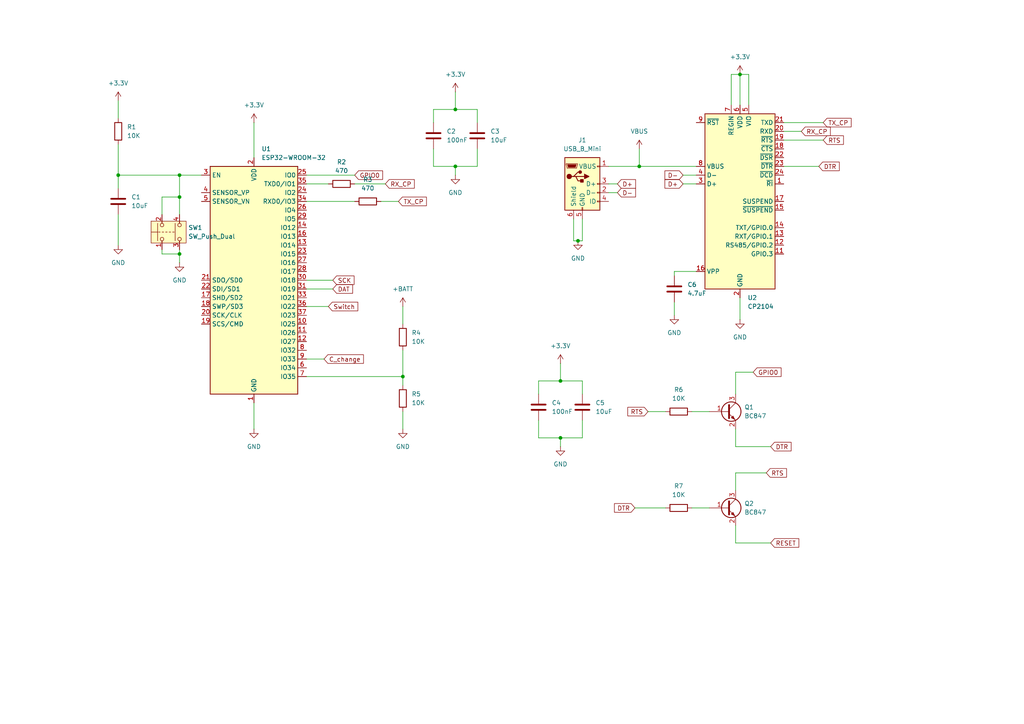
<source format=kicad_sch>
(kicad_sch
	(version 20231120)
	(generator "eeschema")
	(generator_version "8.0")
	(uuid "d58df682-7f11-4e0a-89cf-24367016b22b")
	(paper "A4")
	(lib_symbols
		(symbol "Connector:USB_B_Mini"
			(pin_names
				(offset 1.016)
			)
			(exclude_from_sim no)
			(in_bom yes)
			(on_board yes)
			(property "Reference" "J"
				(at -5.08 11.43 0)
				(effects
					(font
						(size 1.27 1.27)
					)
					(justify left)
				)
			)
			(property "Value" "USB_B_Mini"
				(at -5.08 8.89 0)
				(effects
					(font
						(size 1.27 1.27)
					)
					(justify left)
				)
			)
			(property "Footprint" ""
				(at 3.81 -1.27 0)
				(effects
					(font
						(size 1.27 1.27)
					)
					(hide yes)
				)
			)
			(property "Datasheet" "~"
				(at 3.81 -1.27 0)
				(effects
					(font
						(size 1.27 1.27)
					)
					(hide yes)
				)
			)
			(property "Description" "USB Mini Type B connector"
				(at 0 0 0)
				(effects
					(font
						(size 1.27 1.27)
					)
					(hide yes)
				)
			)
			(property "ki_keywords" "connector USB mini"
				(at 0 0 0)
				(effects
					(font
						(size 1.27 1.27)
					)
					(hide yes)
				)
			)
			(property "ki_fp_filters" "USB*"
				(at 0 0 0)
				(effects
					(font
						(size 1.27 1.27)
					)
					(hide yes)
				)
			)
			(symbol "USB_B_Mini_0_1"
				(rectangle
					(start -5.08 -7.62)
					(end 5.08 7.62)
					(stroke
						(width 0.254)
						(type default)
					)
					(fill
						(type background)
					)
				)
				(circle
					(center -3.81 2.159)
					(radius 0.635)
					(stroke
						(width 0.254)
						(type default)
					)
					(fill
						(type outline)
					)
				)
				(circle
					(center -0.635 3.429)
					(radius 0.381)
					(stroke
						(width 0.254)
						(type default)
					)
					(fill
						(type outline)
					)
				)
				(rectangle
					(start -0.127 -7.62)
					(end 0.127 -6.858)
					(stroke
						(width 0)
						(type default)
					)
					(fill
						(type none)
					)
				)
				(polyline
					(pts
						(xy -1.905 2.159) (xy 0.635 2.159)
					)
					(stroke
						(width 0.254)
						(type default)
					)
					(fill
						(type none)
					)
				)
				(polyline
					(pts
						(xy -3.175 2.159) (xy -2.54 2.159) (xy -1.27 3.429) (xy -0.635 3.429)
					)
					(stroke
						(width 0.254)
						(type default)
					)
					(fill
						(type none)
					)
				)
				(polyline
					(pts
						(xy -2.54 2.159) (xy -1.905 2.159) (xy -1.27 0.889) (xy 0 0.889)
					)
					(stroke
						(width 0.254)
						(type default)
					)
					(fill
						(type none)
					)
				)
				(polyline
					(pts
						(xy 0.635 2.794) (xy 0.635 1.524) (xy 1.905 2.159) (xy 0.635 2.794)
					)
					(stroke
						(width 0.254)
						(type default)
					)
					(fill
						(type outline)
					)
				)
				(polyline
					(pts
						(xy -4.318 5.588) (xy -1.778 5.588) (xy -2.032 4.826) (xy -4.064 4.826) (xy -4.318 5.588)
					)
					(stroke
						(width 0)
						(type default)
					)
					(fill
						(type outline)
					)
				)
				(polyline
					(pts
						(xy -4.699 5.842) (xy -4.699 5.588) (xy -4.445 4.826) (xy -4.445 4.572) (xy -1.651 4.572) (xy -1.651 4.826)
						(xy -1.397 5.588) (xy -1.397 5.842) (xy -4.699 5.842)
					)
					(stroke
						(width 0)
						(type default)
					)
					(fill
						(type none)
					)
				)
				(rectangle
					(start 0.254 1.27)
					(end -0.508 0.508)
					(stroke
						(width 0.254)
						(type default)
					)
					(fill
						(type outline)
					)
				)
				(rectangle
					(start 5.08 -5.207)
					(end 4.318 -4.953)
					(stroke
						(width 0)
						(type default)
					)
					(fill
						(type none)
					)
				)
				(rectangle
					(start 5.08 -2.667)
					(end 4.318 -2.413)
					(stroke
						(width 0)
						(type default)
					)
					(fill
						(type none)
					)
				)
				(rectangle
					(start 5.08 -0.127)
					(end 4.318 0.127)
					(stroke
						(width 0)
						(type default)
					)
					(fill
						(type none)
					)
				)
				(rectangle
					(start 5.08 4.953)
					(end 4.318 5.207)
					(stroke
						(width 0)
						(type default)
					)
					(fill
						(type none)
					)
				)
			)
			(symbol "USB_B_Mini_1_1"
				(pin power_out line
					(at 7.62 5.08 180)
					(length 2.54)
					(name "VBUS"
						(effects
							(font
								(size 1.27 1.27)
							)
						)
					)
					(number "1"
						(effects
							(font
								(size 1.27 1.27)
							)
						)
					)
				)
				(pin bidirectional line
					(at 7.62 -2.54 180)
					(length 2.54)
					(name "D-"
						(effects
							(font
								(size 1.27 1.27)
							)
						)
					)
					(number "2"
						(effects
							(font
								(size 1.27 1.27)
							)
						)
					)
				)
				(pin bidirectional line
					(at 7.62 0 180)
					(length 2.54)
					(name "D+"
						(effects
							(font
								(size 1.27 1.27)
							)
						)
					)
					(number "3"
						(effects
							(font
								(size 1.27 1.27)
							)
						)
					)
				)
				(pin passive line
					(at 7.62 -5.08 180)
					(length 2.54)
					(name "ID"
						(effects
							(font
								(size 1.27 1.27)
							)
						)
					)
					(number "4"
						(effects
							(font
								(size 1.27 1.27)
							)
						)
					)
				)
				(pin power_out line
					(at 0 -10.16 90)
					(length 2.54)
					(name "GND"
						(effects
							(font
								(size 1.27 1.27)
							)
						)
					)
					(number "5"
						(effects
							(font
								(size 1.27 1.27)
							)
						)
					)
				)
				(pin passive line
					(at -2.54 -10.16 90)
					(length 2.54)
					(name "Shield"
						(effects
							(font
								(size 1.27 1.27)
							)
						)
					)
					(number "6"
						(effects
							(font
								(size 1.27 1.27)
							)
						)
					)
				)
			)
		)
		(symbol "Device:C"
			(pin_numbers hide)
			(pin_names
				(offset 0.254)
			)
			(exclude_from_sim no)
			(in_bom yes)
			(on_board yes)
			(property "Reference" "C"
				(at 0.635 2.54 0)
				(effects
					(font
						(size 1.27 1.27)
					)
					(justify left)
				)
			)
			(property "Value" "C"
				(at 0.635 -2.54 0)
				(effects
					(font
						(size 1.27 1.27)
					)
					(justify left)
				)
			)
			(property "Footprint" ""
				(at 0.9652 -3.81 0)
				(effects
					(font
						(size 1.27 1.27)
					)
					(hide yes)
				)
			)
			(property "Datasheet" "~"
				(at 0 0 0)
				(effects
					(font
						(size 1.27 1.27)
					)
					(hide yes)
				)
			)
			(property "Description" "Unpolarized capacitor"
				(at 0 0 0)
				(effects
					(font
						(size 1.27 1.27)
					)
					(hide yes)
				)
			)
			(property "ki_keywords" "cap capacitor"
				(at 0 0 0)
				(effects
					(font
						(size 1.27 1.27)
					)
					(hide yes)
				)
			)
			(property "ki_fp_filters" "C_*"
				(at 0 0 0)
				(effects
					(font
						(size 1.27 1.27)
					)
					(hide yes)
				)
			)
			(symbol "C_0_1"
				(polyline
					(pts
						(xy -2.032 -0.762) (xy 2.032 -0.762)
					)
					(stroke
						(width 0.508)
						(type default)
					)
					(fill
						(type none)
					)
				)
				(polyline
					(pts
						(xy -2.032 0.762) (xy 2.032 0.762)
					)
					(stroke
						(width 0.508)
						(type default)
					)
					(fill
						(type none)
					)
				)
			)
			(symbol "C_1_1"
				(pin passive line
					(at 0 3.81 270)
					(length 2.794)
					(name "~"
						(effects
							(font
								(size 1.27 1.27)
							)
						)
					)
					(number "1"
						(effects
							(font
								(size 1.27 1.27)
							)
						)
					)
				)
				(pin passive line
					(at 0 -3.81 90)
					(length 2.794)
					(name "~"
						(effects
							(font
								(size 1.27 1.27)
							)
						)
					)
					(number "2"
						(effects
							(font
								(size 1.27 1.27)
							)
						)
					)
				)
			)
		)
		(symbol "Device:R"
			(pin_numbers hide)
			(pin_names
				(offset 0)
			)
			(exclude_from_sim no)
			(in_bom yes)
			(on_board yes)
			(property "Reference" "R"
				(at 2.032 0 90)
				(effects
					(font
						(size 1.27 1.27)
					)
				)
			)
			(property "Value" "R"
				(at 0 0 90)
				(effects
					(font
						(size 1.27 1.27)
					)
				)
			)
			(property "Footprint" ""
				(at -1.778 0 90)
				(effects
					(font
						(size 1.27 1.27)
					)
					(hide yes)
				)
			)
			(property "Datasheet" "~"
				(at 0 0 0)
				(effects
					(font
						(size 1.27 1.27)
					)
					(hide yes)
				)
			)
			(property "Description" "Resistor"
				(at 0 0 0)
				(effects
					(font
						(size 1.27 1.27)
					)
					(hide yes)
				)
			)
			(property "ki_keywords" "R res resistor"
				(at 0 0 0)
				(effects
					(font
						(size 1.27 1.27)
					)
					(hide yes)
				)
			)
			(property "ki_fp_filters" "R_*"
				(at 0 0 0)
				(effects
					(font
						(size 1.27 1.27)
					)
					(hide yes)
				)
			)
			(symbol "R_0_1"
				(rectangle
					(start -1.016 -2.54)
					(end 1.016 2.54)
					(stroke
						(width 0.254)
						(type default)
					)
					(fill
						(type none)
					)
				)
			)
			(symbol "R_1_1"
				(pin passive line
					(at 0 3.81 270)
					(length 1.27)
					(name "~"
						(effects
							(font
								(size 1.27 1.27)
							)
						)
					)
					(number "1"
						(effects
							(font
								(size 1.27 1.27)
							)
						)
					)
				)
				(pin passive line
					(at 0 -3.81 90)
					(length 1.27)
					(name "~"
						(effects
							(font
								(size 1.27 1.27)
							)
						)
					)
					(number "2"
						(effects
							(font
								(size 1.27 1.27)
							)
						)
					)
				)
			)
		)
		(symbol "Interface_USB:CP2104"
			(exclude_from_sim no)
			(in_bom yes)
			(on_board yes)
			(property "Reference" "U"
				(at -5.08 28.575 0)
				(effects
					(font
						(size 1.27 1.27)
					)
					(justify right)
				)
			)
			(property "Value" "CP2104"
				(at -5.08 26.67 0)
				(effects
					(font
						(size 1.27 1.27)
					)
					(justify right)
				)
			)
			(property "Footprint" "Package_DFN_QFN:QFN-24-1EP_4x4mm_P0.5mm_EP2.6x2.6mm"
				(at 29.21 -52.07 0)
				(effects
					(font
						(size 1.27 1.27)
					)
					(justify left)
					(hide yes)
				)
			)
			(property "Datasheet" "https://www.silabs.com/documents/public/data-sheets/cp2104.pdf"
				(at 105.41 10.16 0)
				(effects
					(font
						(size 1.27 1.27)
					)
					(hide yes)
				)
			)
			(property "Description" "Single-Chip USB-to-UART Bridge, USB 2.0 Full-Speed, 2Mbps UART, QFN-24"
				(at 0 0 0)
				(effects
					(font
						(size 1.27 1.27)
					)
					(hide yes)
				)
			)
			(property "ki_keywords" "uart usb bridge interface transceiver"
				(at 0 0 0)
				(effects
					(font
						(size 1.27 1.27)
					)
					(hide yes)
				)
			)
			(property "ki_fp_filters" "QFN*4x4mm*P0.5mm*"
				(at 0 0 0)
				(effects
					(font
						(size 1.27 1.27)
					)
					(hide yes)
				)
			)
			(symbol "CP2104_1_1"
				(rectangle
					(start -10.16 25.4)
					(end 10.16 -25.4)
					(stroke
						(width 0.254)
						(type default)
					)
					(fill
						(type background)
					)
				)
				(pin input line
					(at 12.7 5.08 180)
					(length 2.54)
					(name "~{RI}"
						(effects
							(font
								(size 1.27 1.27)
							)
						)
					)
					(number "1"
						(effects
							(font
								(size 1.27 1.27)
							)
						)
					)
				)
				(pin no_connect line
					(at 10.16 -20.32 180)
					(length 2.54) hide
					(name "NC"
						(effects
							(font
								(size 1.27 1.27)
							)
						)
					)
					(number "10"
						(effects
							(font
								(size 1.27 1.27)
							)
						)
					)
				)
				(pin bidirectional line
					(at 12.7 -15.24 180)
					(length 2.54)
					(name "GPIO.3"
						(effects
							(font
								(size 1.27 1.27)
							)
						)
					)
					(number "11"
						(effects
							(font
								(size 1.27 1.27)
							)
						)
					)
				)
				(pin bidirectional line
					(at 12.7 -12.7 180)
					(length 2.54)
					(name "RS485/GPIO.2"
						(effects
							(font
								(size 1.27 1.27)
							)
						)
					)
					(number "12"
						(effects
							(font
								(size 1.27 1.27)
							)
						)
					)
				)
				(pin bidirectional line
					(at 12.7 -10.16 180)
					(length 2.54)
					(name "RXT/GPIO.1"
						(effects
							(font
								(size 1.27 1.27)
							)
						)
					)
					(number "13"
						(effects
							(font
								(size 1.27 1.27)
							)
						)
					)
				)
				(pin bidirectional line
					(at 12.7 -7.62 180)
					(length 2.54)
					(name "TXT/GPIO.0"
						(effects
							(font
								(size 1.27 1.27)
							)
						)
					)
					(number "14"
						(effects
							(font
								(size 1.27 1.27)
							)
						)
					)
				)
				(pin output line
					(at 12.7 -2.54 180)
					(length 2.54)
					(name "~{SUSPEND}"
						(effects
							(font
								(size 1.27 1.27)
							)
						)
					)
					(number "15"
						(effects
							(font
								(size 1.27 1.27)
							)
						)
					)
				)
				(pin passive line
					(at -12.7 -20.32 0)
					(length 2.54)
					(name "VPP"
						(effects
							(font
								(size 1.27 1.27)
							)
						)
					)
					(number "16"
						(effects
							(font
								(size 1.27 1.27)
							)
						)
					)
				)
				(pin output line
					(at 12.7 0 180)
					(length 2.54)
					(name "SUSPEND"
						(effects
							(font
								(size 1.27 1.27)
							)
						)
					)
					(number "17"
						(effects
							(font
								(size 1.27 1.27)
							)
						)
					)
				)
				(pin input line
					(at 12.7 15.24 180)
					(length 2.54)
					(name "~{CTS}"
						(effects
							(font
								(size 1.27 1.27)
							)
						)
					)
					(number "18"
						(effects
							(font
								(size 1.27 1.27)
							)
						)
					)
				)
				(pin output line
					(at 12.7 17.78 180)
					(length 2.54)
					(name "~{RTS}"
						(effects
							(font
								(size 1.27 1.27)
							)
						)
					)
					(number "19"
						(effects
							(font
								(size 1.27 1.27)
							)
						)
					)
				)
				(pin power_in line
					(at 0 -27.94 90)
					(length 2.54)
					(name "GND"
						(effects
							(font
								(size 1.27 1.27)
							)
						)
					)
					(number "2"
						(effects
							(font
								(size 1.27 1.27)
							)
						)
					)
				)
				(pin input line
					(at 12.7 20.32 180)
					(length 2.54)
					(name "RXD"
						(effects
							(font
								(size 1.27 1.27)
							)
						)
					)
					(number "20"
						(effects
							(font
								(size 1.27 1.27)
							)
						)
					)
				)
				(pin output line
					(at 12.7 22.86 180)
					(length 2.54)
					(name "TXD"
						(effects
							(font
								(size 1.27 1.27)
							)
						)
					)
					(number "21"
						(effects
							(font
								(size 1.27 1.27)
							)
						)
					)
				)
				(pin input line
					(at 12.7 12.7 180)
					(length 2.54)
					(name "~{DSR}"
						(effects
							(font
								(size 1.27 1.27)
							)
						)
					)
					(number "22"
						(effects
							(font
								(size 1.27 1.27)
							)
						)
					)
				)
				(pin output line
					(at 12.7 10.16 180)
					(length 2.54)
					(name "~{DTR}"
						(effects
							(font
								(size 1.27 1.27)
							)
						)
					)
					(number "23"
						(effects
							(font
								(size 1.27 1.27)
							)
						)
					)
				)
				(pin input line
					(at 12.7 7.62 180)
					(length 2.54)
					(name "~{DCD}"
						(effects
							(font
								(size 1.27 1.27)
							)
						)
					)
					(number "24"
						(effects
							(font
								(size 1.27 1.27)
							)
						)
					)
				)
				(pin passive line
					(at 0 -27.94 90)
					(length 2.54) hide
					(name "GND"
						(effects
							(font
								(size 1.27 1.27)
							)
						)
					)
					(number "25"
						(effects
							(font
								(size 1.27 1.27)
							)
						)
					)
				)
				(pin bidirectional line
					(at -12.7 5.08 0)
					(length 2.54)
					(name "D+"
						(effects
							(font
								(size 1.27 1.27)
							)
						)
					)
					(number "3"
						(effects
							(font
								(size 1.27 1.27)
							)
						)
					)
				)
				(pin bidirectional line
					(at -12.7 7.62 0)
					(length 2.54)
					(name "D-"
						(effects
							(font
								(size 1.27 1.27)
							)
						)
					)
					(number "4"
						(effects
							(font
								(size 1.27 1.27)
							)
						)
					)
				)
				(pin power_in line
					(at 2.54 27.94 270)
					(length 2.54)
					(name "VIO"
						(effects
							(font
								(size 1.27 1.27)
							)
						)
					)
					(number "5"
						(effects
							(font
								(size 1.27 1.27)
							)
						)
					)
				)
				(pin power_in line
					(at 0 27.94 270)
					(length 2.54)
					(name "VDD"
						(effects
							(font
								(size 1.27 1.27)
							)
						)
					)
					(number "6"
						(effects
							(font
								(size 1.27 1.27)
							)
						)
					)
				)
				(pin power_in line
					(at -2.54 27.94 270)
					(length 2.54)
					(name "REGIN"
						(effects
							(font
								(size 1.27 1.27)
							)
						)
					)
					(number "7"
						(effects
							(font
								(size 1.27 1.27)
							)
						)
					)
				)
				(pin input line
					(at -12.7 10.16 0)
					(length 2.54)
					(name "VBUS"
						(effects
							(font
								(size 1.27 1.27)
							)
						)
					)
					(number "8"
						(effects
							(font
								(size 1.27 1.27)
							)
						)
					)
				)
				(pin bidirectional line
					(at -12.7 22.86 0)
					(length 2.54)
					(name "~{RST}"
						(effects
							(font
								(size 1.27 1.27)
							)
						)
					)
					(number "9"
						(effects
							(font
								(size 1.27 1.27)
							)
						)
					)
				)
			)
		)
		(symbol "RF_Module:ESP32-WROOM-32"
			(exclude_from_sim no)
			(in_bom yes)
			(on_board yes)
			(property "Reference" "U"
				(at -12.7 34.29 0)
				(effects
					(font
						(size 1.27 1.27)
					)
					(justify left)
				)
			)
			(property "Value" "ESP32-WROOM-32"
				(at 1.27 34.29 0)
				(effects
					(font
						(size 1.27 1.27)
					)
					(justify left)
				)
			)
			(property "Footprint" "RF_Module:ESP32-WROOM-32"
				(at 0 -38.1 0)
				(effects
					(font
						(size 1.27 1.27)
					)
					(hide yes)
				)
			)
			(property "Datasheet" "https://www.espressif.com/sites/default/files/documentation/esp32-wroom-32_datasheet_en.pdf"
				(at -7.62 1.27 0)
				(effects
					(font
						(size 1.27 1.27)
					)
					(hide yes)
				)
			)
			(property "Description" "RF Module, ESP32-D0WDQ6 SoC, Wi-Fi 802.11b/g/n, Bluetooth, BLE, 32-bit, 2.7-3.6V, onboard antenna, SMD"
				(at 0 0 0)
				(effects
					(font
						(size 1.27 1.27)
					)
					(hide yes)
				)
			)
			(property "ki_keywords" "RF Radio BT ESP ESP32 Espressif onboard PCB antenna"
				(at 0 0 0)
				(effects
					(font
						(size 1.27 1.27)
					)
					(hide yes)
				)
			)
			(property "ki_fp_filters" "ESP32?WROOM?32*"
				(at 0 0 0)
				(effects
					(font
						(size 1.27 1.27)
					)
					(hide yes)
				)
			)
			(symbol "ESP32-WROOM-32_0_1"
				(rectangle
					(start -12.7 33.02)
					(end 12.7 -33.02)
					(stroke
						(width 0.254)
						(type default)
					)
					(fill
						(type background)
					)
				)
			)
			(symbol "ESP32-WROOM-32_1_1"
				(pin power_in line
					(at 0 -35.56 90)
					(length 2.54)
					(name "GND"
						(effects
							(font
								(size 1.27 1.27)
							)
						)
					)
					(number "1"
						(effects
							(font
								(size 1.27 1.27)
							)
						)
					)
				)
				(pin bidirectional line
					(at 15.24 -12.7 180)
					(length 2.54)
					(name "IO25"
						(effects
							(font
								(size 1.27 1.27)
							)
						)
					)
					(number "10"
						(effects
							(font
								(size 1.27 1.27)
							)
						)
					)
				)
				(pin bidirectional line
					(at 15.24 -15.24 180)
					(length 2.54)
					(name "IO26"
						(effects
							(font
								(size 1.27 1.27)
							)
						)
					)
					(number "11"
						(effects
							(font
								(size 1.27 1.27)
							)
						)
					)
				)
				(pin bidirectional line
					(at 15.24 -17.78 180)
					(length 2.54)
					(name "IO27"
						(effects
							(font
								(size 1.27 1.27)
							)
						)
					)
					(number "12"
						(effects
							(font
								(size 1.27 1.27)
							)
						)
					)
				)
				(pin bidirectional line
					(at 15.24 10.16 180)
					(length 2.54)
					(name "IO14"
						(effects
							(font
								(size 1.27 1.27)
							)
						)
					)
					(number "13"
						(effects
							(font
								(size 1.27 1.27)
							)
						)
					)
				)
				(pin bidirectional line
					(at 15.24 15.24 180)
					(length 2.54)
					(name "IO12"
						(effects
							(font
								(size 1.27 1.27)
							)
						)
					)
					(number "14"
						(effects
							(font
								(size 1.27 1.27)
							)
						)
					)
				)
				(pin passive line
					(at 0 -35.56 90)
					(length 2.54) hide
					(name "GND"
						(effects
							(font
								(size 1.27 1.27)
							)
						)
					)
					(number "15"
						(effects
							(font
								(size 1.27 1.27)
							)
						)
					)
				)
				(pin bidirectional line
					(at 15.24 12.7 180)
					(length 2.54)
					(name "IO13"
						(effects
							(font
								(size 1.27 1.27)
							)
						)
					)
					(number "16"
						(effects
							(font
								(size 1.27 1.27)
							)
						)
					)
				)
				(pin bidirectional line
					(at -15.24 -5.08 0)
					(length 2.54)
					(name "SHD/SD2"
						(effects
							(font
								(size 1.27 1.27)
							)
						)
					)
					(number "17"
						(effects
							(font
								(size 1.27 1.27)
							)
						)
					)
				)
				(pin bidirectional line
					(at -15.24 -7.62 0)
					(length 2.54)
					(name "SWP/SD3"
						(effects
							(font
								(size 1.27 1.27)
							)
						)
					)
					(number "18"
						(effects
							(font
								(size 1.27 1.27)
							)
						)
					)
				)
				(pin bidirectional line
					(at -15.24 -12.7 0)
					(length 2.54)
					(name "SCS/CMD"
						(effects
							(font
								(size 1.27 1.27)
							)
						)
					)
					(number "19"
						(effects
							(font
								(size 1.27 1.27)
							)
						)
					)
				)
				(pin power_in line
					(at 0 35.56 270)
					(length 2.54)
					(name "VDD"
						(effects
							(font
								(size 1.27 1.27)
							)
						)
					)
					(number "2"
						(effects
							(font
								(size 1.27 1.27)
							)
						)
					)
				)
				(pin bidirectional line
					(at -15.24 -10.16 0)
					(length 2.54)
					(name "SCK/CLK"
						(effects
							(font
								(size 1.27 1.27)
							)
						)
					)
					(number "20"
						(effects
							(font
								(size 1.27 1.27)
							)
						)
					)
				)
				(pin bidirectional line
					(at -15.24 0 0)
					(length 2.54)
					(name "SDO/SD0"
						(effects
							(font
								(size 1.27 1.27)
							)
						)
					)
					(number "21"
						(effects
							(font
								(size 1.27 1.27)
							)
						)
					)
				)
				(pin bidirectional line
					(at -15.24 -2.54 0)
					(length 2.54)
					(name "SDI/SD1"
						(effects
							(font
								(size 1.27 1.27)
							)
						)
					)
					(number "22"
						(effects
							(font
								(size 1.27 1.27)
							)
						)
					)
				)
				(pin bidirectional line
					(at 15.24 7.62 180)
					(length 2.54)
					(name "IO15"
						(effects
							(font
								(size 1.27 1.27)
							)
						)
					)
					(number "23"
						(effects
							(font
								(size 1.27 1.27)
							)
						)
					)
				)
				(pin bidirectional line
					(at 15.24 25.4 180)
					(length 2.54)
					(name "IO2"
						(effects
							(font
								(size 1.27 1.27)
							)
						)
					)
					(number "24"
						(effects
							(font
								(size 1.27 1.27)
							)
						)
					)
				)
				(pin bidirectional line
					(at 15.24 30.48 180)
					(length 2.54)
					(name "IO0"
						(effects
							(font
								(size 1.27 1.27)
							)
						)
					)
					(number "25"
						(effects
							(font
								(size 1.27 1.27)
							)
						)
					)
				)
				(pin bidirectional line
					(at 15.24 20.32 180)
					(length 2.54)
					(name "IO4"
						(effects
							(font
								(size 1.27 1.27)
							)
						)
					)
					(number "26"
						(effects
							(font
								(size 1.27 1.27)
							)
						)
					)
				)
				(pin bidirectional line
					(at 15.24 5.08 180)
					(length 2.54)
					(name "IO16"
						(effects
							(font
								(size 1.27 1.27)
							)
						)
					)
					(number "27"
						(effects
							(font
								(size 1.27 1.27)
							)
						)
					)
				)
				(pin bidirectional line
					(at 15.24 2.54 180)
					(length 2.54)
					(name "IO17"
						(effects
							(font
								(size 1.27 1.27)
							)
						)
					)
					(number "28"
						(effects
							(font
								(size 1.27 1.27)
							)
						)
					)
				)
				(pin bidirectional line
					(at 15.24 17.78 180)
					(length 2.54)
					(name "IO5"
						(effects
							(font
								(size 1.27 1.27)
							)
						)
					)
					(number "29"
						(effects
							(font
								(size 1.27 1.27)
							)
						)
					)
				)
				(pin input line
					(at -15.24 30.48 0)
					(length 2.54)
					(name "EN"
						(effects
							(font
								(size 1.27 1.27)
							)
						)
					)
					(number "3"
						(effects
							(font
								(size 1.27 1.27)
							)
						)
					)
				)
				(pin bidirectional line
					(at 15.24 0 180)
					(length 2.54)
					(name "IO18"
						(effects
							(font
								(size 1.27 1.27)
							)
						)
					)
					(number "30"
						(effects
							(font
								(size 1.27 1.27)
							)
						)
					)
				)
				(pin bidirectional line
					(at 15.24 -2.54 180)
					(length 2.54)
					(name "IO19"
						(effects
							(font
								(size 1.27 1.27)
							)
						)
					)
					(number "31"
						(effects
							(font
								(size 1.27 1.27)
							)
						)
					)
				)
				(pin no_connect line
					(at -12.7 -27.94 0)
					(length 2.54) hide
					(name "NC"
						(effects
							(font
								(size 1.27 1.27)
							)
						)
					)
					(number "32"
						(effects
							(font
								(size 1.27 1.27)
							)
						)
					)
				)
				(pin bidirectional line
					(at 15.24 -5.08 180)
					(length 2.54)
					(name "IO21"
						(effects
							(font
								(size 1.27 1.27)
							)
						)
					)
					(number "33"
						(effects
							(font
								(size 1.27 1.27)
							)
						)
					)
				)
				(pin bidirectional line
					(at 15.24 22.86 180)
					(length 2.54)
					(name "RXD0/IO3"
						(effects
							(font
								(size 1.27 1.27)
							)
						)
					)
					(number "34"
						(effects
							(font
								(size 1.27 1.27)
							)
						)
					)
				)
				(pin bidirectional line
					(at 15.24 27.94 180)
					(length 2.54)
					(name "TXD0/IO1"
						(effects
							(font
								(size 1.27 1.27)
							)
						)
					)
					(number "35"
						(effects
							(font
								(size 1.27 1.27)
							)
						)
					)
				)
				(pin bidirectional line
					(at 15.24 -7.62 180)
					(length 2.54)
					(name "IO22"
						(effects
							(font
								(size 1.27 1.27)
							)
						)
					)
					(number "36"
						(effects
							(font
								(size 1.27 1.27)
							)
						)
					)
				)
				(pin bidirectional line
					(at 15.24 -10.16 180)
					(length 2.54)
					(name "IO23"
						(effects
							(font
								(size 1.27 1.27)
							)
						)
					)
					(number "37"
						(effects
							(font
								(size 1.27 1.27)
							)
						)
					)
				)
				(pin passive line
					(at 0 -35.56 90)
					(length 2.54) hide
					(name "GND"
						(effects
							(font
								(size 1.27 1.27)
							)
						)
					)
					(number "38"
						(effects
							(font
								(size 1.27 1.27)
							)
						)
					)
				)
				(pin passive line
					(at 0 -35.56 90)
					(length 2.54) hide
					(name "GND"
						(effects
							(font
								(size 1.27 1.27)
							)
						)
					)
					(number "39"
						(effects
							(font
								(size 1.27 1.27)
							)
						)
					)
				)
				(pin input line
					(at -15.24 25.4 0)
					(length 2.54)
					(name "SENSOR_VP"
						(effects
							(font
								(size 1.27 1.27)
							)
						)
					)
					(number "4"
						(effects
							(font
								(size 1.27 1.27)
							)
						)
					)
				)
				(pin input line
					(at -15.24 22.86 0)
					(length 2.54)
					(name "SENSOR_VN"
						(effects
							(font
								(size 1.27 1.27)
							)
						)
					)
					(number "5"
						(effects
							(font
								(size 1.27 1.27)
							)
						)
					)
				)
				(pin input line
					(at 15.24 -25.4 180)
					(length 2.54)
					(name "IO34"
						(effects
							(font
								(size 1.27 1.27)
							)
						)
					)
					(number "6"
						(effects
							(font
								(size 1.27 1.27)
							)
						)
					)
				)
				(pin input line
					(at 15.24 -27.94 180)
					(length 2.54)
					(name "IO35"
						(effects
							(font
								(size 1.27 1.27)
							)
						)
					)
					(number "7"
						(effects
							(font
								(size 1.27 1.27)
							)
						)
					)
				)
				(pin bidirectional line
					(at 15.24 -20.32 180)
					(length 2.54)
					(name "IO32"
						(effects
							(font
								(size 1.27 1.27)
							)
						)
					)
					(number "8"
						(effects
							(font
								(size 1.27 1.27)
							)
						)
					)
				)
				(pin bidirectional line
					(at 15.24 -22.86 180)
					(length 2.54)
					(name "IO33"
						(effects
							(font
								(size 1.27 1.27)
							)
						)
					)
					(number "9"
						(effects
							(font
								(size 1.27 1.27)
							)
						)
					)
				)
			)
		)
		(symbol "Switch:SW_Push_Dual"
			(pin_names
				(offset 1.016) hide)
			(exclude_from_sim no)
			(in_bom yes)
			(on_board yes)
			(property "Reference" "SW"
				(at 0 7.62 0)
				(effects
					(font
						(size 1.27 1.27)
					)
				)
			)
			(property "Value" "SW_Push_Dual"
				(at 0 -6.35 0)
				(effects
					(font
						(size 1.27 1.27)
					)
				)
			)
			(property "Footprint" ""
				(at 0 7.62 0)
				(effects
					(font
						(size 1.27 1.27)
					)
					(hide yes)
				)
			)
			(property "Datasheet" "~"
				(at 0 0 0)
				(effects
					(font
						(size 1.27 1.27)
					)
					(hide yes)
				)
			)
			(property "Description" "Push button switch, generic, symbol, four pins"
				(at 0 0 0)
				(effects
					(font
						(size 1.27 1.27)
					)
					(hide yes)
				)
			)
			(property "ki_keywords" "switch normally-open pushbutton push-button"
				(at 0 0 0)
				(effects
					(font
						(size 1.27 1.27)
					)
					(hide yes)
				)
			)
			(symbol "SW_Push_Dual_0_1"
				(circle
					(center -2.032 -2.54)
					(radius 0.508)
					(stroke
						(width 0)
						(type default)
					)
					(fill
						(type none)
					)
				)
				(circle
					(center -2.032 2.54)
					(radius 0.508)
					(stroke
						(width 0)
						(type default)
					)
					(fill
						(type none)
					)
				)
				(polyline
					(pts
						(xy 0 -0.508) (xy 0 -1.016)
					)
					(stroke
						(width 0)
						(type default)
					)
					(fill
						(type none)
					)
				)
				(polyline
					(pts
						(xy 0 0.508) (xy 0 0)
					)
					(stroke
						(width 0)
						(type default)
					)
					(fill
						(type none)
					)
				)
				(polyline
					(pts
						(xy 0 1.016) (xy 0 1.524)
					)
					(stroke
						(width 0)
						(type default)
					)
					(fill
						(type none)
					)
				)
				(polyline
					(pts
						(xy 0 2.032) (xy 0 2.54)
					)
					(stroke
						(width 0)
						(type default)
					)
					(fill
						(type none)
					)
				)
				(polyline
					(pts
						(xy 0 3.048) (xy 0 3.556)
					)
					(stroke
						(width 0)
						(type default)
					)
					(fill
						(type none)
					)
				)
				(polyline
					(pts
						(xy 0 3.81) (xy 0 5.588)
					)
					(stroke
						(width 0)
						(type default)
					)
					(fill
						(type none)
					)
				)
				(polyline
					(pts
						(xy 2.54 -1.27) (xy -2.54 -1.27)
					)
					(stroke
						(width 0)
						(type default)
					)
					(fill
						(type none)
					)
				)
				(polyline
					(pts
						(xy 2.54 3.81) (xy -2.54 3.81)
					)
					(stroke
						(width 0)
						(type default)
					)
					(fill
						(type none)
					)
				)
				(circle
					(center 2.032 -2.54)
					(radius 0.508)
					(stroke
						(width 0)
						(type default)
					)
					(fill
						(type none)
					)
				)
				(circle
					(center 2.032 2.54)
					(radius 0.508)
					(stroke
						(width 0)
						(type default)
					)
					(fill
						(type none)
					)
				)
				(pin passive line
					(at -5.08 2.54 0)
					(length 2.54)
					(name "1"
						(effects
							(font
								(size 1.27 1.27)
							)
						)
					)
					(number "1"
						(effects
							(font
								(size 1.27 1.27)
							)
						)
					)
				)
				(pin passive line
					(at 5.08 2.54 180)
					(length 2.54)
					(name "2"
						(effects
							(font
								(size 1.27 1.27)
							)
						)
					)
					(number "2"
						(effects
							(font
								(size 1.27 1.27)
							)
						)
					)
				)
				(pin passive line
					(at -5.08 -2.54 0)
					(length 2.54)
					(name "3"
						(effects
							(font
								(size 1.27 1.27)
							)
						)
					)
					(number "3"
						(effects
							(font
								(size 1.27 1.27)
							)
						)
					)
				)
				(pin passive line
					(at 5.08 -2.54 180)
					(length 2.54)
					(name "4"
						(effects
							(font
								(size 1.27 1.27)
							)
						)
					)
					(number "4"
						(effects
							(font
								(size 1.27 1.27)
							)
						)
					)
				)
			)
			(symbol "SW_Push_Dual_1_1"
				(rectangle
					(start -3.175 5.715)
					(end 3.175 -4.445)
					(stroke
						(width 0)
						(type default)
					)
					(fill
						(type background)
					)
				)
			)
		)
		(symbol "Transistor_BJT:BC847"
			(pin_names
				(offset 0) hide)
			(exclude_from_sim no)
			(in_bom yes)
			(on_board yes)
			(property "Reference" "Q"
				(at 5.08 1.905 0)
				(effects
					(font
						(size 1.27 1.27)
					)
					(justify left)
				)
			)
			(property "Value" "BC847"
				(at 5.08 0 0)
				(effects
					(font
						(size 1.27 1.27)
					)
					(justify left)
				)
			)
			(property "Footprint" "Package_TO_SOT_SMD:SOT-23"
				(at 5.08 -1.905 0)
				(effects
					(font
						(size 1.27 1.27)
						(italic yes)
					)
					(justify left)
					(hide yes)
				)
			)
			(property "Datasheet" "http://www.infineon.com/dgdl/Infineon-BC847SERIES_BC848SERIES_BC849SERIES_BC850SERIES-DS-v01_01-en.pdf?fileId=db3a304314dca389011541d4630a1657"
				(at 0 0 0)
				(effects
					(font
						(size 1.27 1.27)
					)
					(justify left)
					(hide yes)
				)
			)
			(property "Description" "0.1A Ic, 45V Vce, NPN Transistor, SOT-23"
				(at 0 0 0)
				(effects
					(font
						(size 1.27 1.27)
					)
					(hide yes)
				)
			)
			(property "ki_keywords" "NPN Small Signal Transistor"
				(at 0 0 0)
				(effects
					(font
						(size 1.27 1.27)
					)
					(hide yes)
				)
			)
			(property "ki_fp_filters" "SOT?23*"
				(at 0 0 0)
				(effects
					(font
						(size 1.27 1.27)
					)
					(hide yes)
				)
			)
			(symbol "BC847_0_1"
				(polyline
					(pts
						(xy 0.635 0.635) (xy 2.54 2.54)
					)
					(stroke
						(width 0)
						(type default)
					)
					(fill
						(type none)
					)
				)
				(polyline
					(pts
						(xy 0.635 -0.635) (xy 2.54 -2.54) (xy 2.54 -2.54)
					)
					(stroke
						(width 0)
						(type default)
					)
					(fill
						(type none)
					)
				)
				(polyline
					(pts
						(xy 0.635 1.905) (xy 0.635 -1.905) (xy 0.635 -1.905)
					)
					(stroke
						(width 0.508)
						(type default)
					)
					(fill
						(type none)
					)
				)
				(polyline
					(pts
						(xy 1.27 -1.778) (xy 1.778 -1.27) (xy 2.286 -2.286) (xy 1.27 -1.778) (xy 1.27 -1.778)
					)
					(stroke
						(width 0)
						(type default)
					)
					(fill
						(type outline)
					)
				)
				(circle
					(center 1.27 0)
					(radius 2.8194)
					(stroke
						(width 0.254)
						(type default)
					)
					(fill
						(type none)
					)
				)
			)
			(symbol "BC847_1_1"
				(pin input line
					(at -5.08 0 0)
					(length 5.715)
					(name "B"
						(effects
							(font
								(size 1.27 1.27)
							)
						)
					)
					(number "1"
						(effects
							(font
								(size 1.27 1.27)
							)
						)
					)
				)
				(pin passive line
					(at 2.54 -5.08 90)
					(length 2.54)
					(name "E"
						(effects
							(font
								(size 1.27 1.27)
							)
						)
					)
					(number "2"
						(effects
							(font
								(size 1.27 1.27)
							)
						)
					)
				)
				(pin passive line
					(at 2.54 5.08 270)
					(length 2.54)
					(name "C"
						(effects
							(font
								(size 1.27 1.27)
							)
						)
					)
					(number "3"
						(effects
							(font
								(size 1.27 1.27)
							)
						)
					)
				)
			)
		)
		(symbol "power:GND"
			(power)
			(pin_numbers hide)
			(pin_names
				(offset 0) hide)
			(exclude_from_sim no)
			(in_bom yes)
			(on_board yes)
			(property "Reference" "#PWR"
				(at 0 -6.35 0)
				(effects
					(font
						(size 1.27 1.27)
					)
					(hide yes)
				)
			)
			(property "Value" "GND"
				(at 0 -3.81 0)
				(effects
					(font
						(size 1.27 1.27)
					)
				)
			)
			(property "Footprint" ""
				(at 0 0 0)
				(effects
					(font
						(size 1.27 1.27)
					)
					(hide yes)
				)
			)
			(property "Datasheet" ""
				(at 0 0 0)
				(effects
					(font
						(size 1.27 1.27)
					)
					(hide yes)
				)
			)
			(property "Description" "Power symbol creates a global label with name \"GND\" , ground"
				(at 0 0 0)
				(effects
					(font
						(size 1.27 1.27)
					)
					(hide yes)
				)
			)
			(property "ki_keywords" "global power"
				(at 0 0 0)
				(effects
					(font
						(size 1.27 1.27)
					)
					(hide yes)
				)
			)
			(symbol "GND_0_1"
				(polyline
					(pts
						(xy 0 0) (xy 0 -1.27) (xy 1.27 -1.27) (xy 0 -2.54) (xy -1.27 -1.27) (xy 0 -1.27)
					)
					(stroke
						(width 0)
						(type default)
					)
					(fill
						(type none)
					)
				)
			)
			(symbol "GND_1_1"
				(pin power_in line
					(at 0 0 270)
					(length 0)
					(name "~"
						(effects
							(font
								(size 1.27 1.27)
							)
						)
					)
					(number "1"
						(effects
							(font
								(size 1.27 1.27)
							)
						)
					)
				)
			)
		)
		(symbol "power:VDD"
			(power)
			(pin_numbers hide)
			(pin_names
				(offset 0) hide)
			(exclude_from_sim no)
			(in_bom yes)
			(on_board yes)
			(property "Reference" "#PWR"
				(at 0 -3.81 0)
				(effects
					(font
						(size 1.27 1.27)
					)
					(hide yes)
				)
			)
			(property "Value" "VDD"
				(at 0 3.556 0)
				(effects
					(font
						(size 1.27 1.27)
					)
				)
			)
			(property "Footprint" ""
				(at 0 0 0)
				(effects
					(font
						(size 1.27 1.27)
					)
					(hide yes)
				)
			)
			(property "Datasheet" ""
				(at 0 0 0)
				(effects
					(font
						(size 1.27 1.27)
					)
					(hide yes)
				)
			)
			(property "Description" "Power symbol creates a global label with name \"VDD\""
				(at 0 0 0)
				(effects
					(font
						(size 1.27 1.27)
					)
					(hide yes)
				)
			)
			(property "ki_keywords" "global power"
				(at 0 0 0)
				(effects
					(font
						(size 1.27 1.27)
					)
					(hide yes)
				)
			)
			(symbol "VDD_0_1"
				(polyline
					(pts
						(xy -0.762 1.27) (xy 0 2.54)
					)
					(stroke
						(width 0)
						(type default)
					)
					(fill
						(type none)
					)
				)
				(polyline
					(pts
						(xy 0 0) (xy 0 2.54)
					)
					(stroke
						(width 0)
						(type default)
					)
					(fill
						(type none)
					)
				)
				(polyline
					(pts
						(xy 0 2.54) (xy 0.762 1.27)
					)
					(stroke
						(width 0)
						(type default)
					)
					(fill
						(type none)
					)
				)
			)
			(symbol "VDD_1_1"
				(pin power_in line
					(at 0 0 90)
					(length 0)
					(name "~"
						(effects
							(font
								(size 1.27 1.27)
							)
						)
					)
					(number "1"
						(effects
							(font
								(size 1.27 1.27)
							)
						)
					)
				)
			)
		)
	)
	(junction
		(at 132.08 48.26)
		(diameter 0)
		(color 0 0 0 0)
		(uuid "1ad959ac-c903-41c2-967a-dc0ac4c81ebb")
	)
	(junction
		(at 52.07 73.66)
		(diameter 0)
		(color 0 0 0 0)
		(uuid "2437db8b-651b-4c5c-98f2-4edaf0b2ec5f")
	)
	(junction
		(at 162.56 110.49)
		(diameter 0)
		(color 0 0 0 0)
		(uuid "2f7e8034-0906-458f-8a78-6f8a243bdbe5")
	)
	(junction
		(at 34.29 50.8)
		(diameter 0)
		(color 0 0 0 0)
		(uuid "34f38817-ec6f-483e-b93f-140508082542")
	)
	(junction
		(at 52.07 57.15)
		(diameter 0)
		(color 0 0 0 0)
		(uuid "43aecb39-ab91-455f-a929-f169b9ad4e3f")
	)
	(junction
		(at 214.63 21.59)
		(diameter 0)
		(color 0 0 0 0)
		(uuid "4d3218e0-e770-4d60-a57b-f64c86963821")
	)
	(junction
		(at 132.08 31.75)
		(diameter 0)
		(color 0 0 0 0)
		(uuid "5fa3f894-b2de-4bff-9118-c7e5c4e0cdbb")
	)
	(junction
		(at 185.42 48.26)
		(diameter 0)
		(color 0 0 0 0)
		(uuid "66ba5694-8767-4fe5-99a1-5ce895fe8990")
	)
	(junction
		(at 52.07 50.8)
		(diameter 0)
		(color 0 0 0 0)
		(uuid "80006281-2a40-4d30-a14a-6030f28341e3")
	)
	(junction
		(at 167.64 69.85)
		(diameter 0)
		(color 0 0 0 0)
		(uuid "936d2d42-28bc-4613-8572-92bb8981b8ca")
	)
	(junction
		(at 116.84 109.22)
		(diameter 0)
		(color 0 0 0 0)
		(uuid "a48e985f-b96e-4f1d-b201-c200abeb6f82")
	)
	(junction
		(at 162.56 127)
		(diameter 0)
		(color 0 0 0 0)
		(uuid "fc7b8e54-7369-49fa-9168-47b4a386129c")
	)
	(wire
		(pts
			(xy 116.84 88.9) (xy 116.84 93.98)
		)
		(stroke
			(width 0)
			(type default)
		)
		(uuid "02ce7d6c-96cb-4795-ba50-fbb92529afe6")
	)
	(wire
		(pts
			(xy 227.33 48.26) (xy 237.49 48.26)
		)
		(stroke
			(width 0)
			(type default)
		)
		(uuid "03285814-8433-4522-9e9d-cf1c90a61f3d")
	)
	(wire
		(pts
			(xy 138.43 43.18) (xy 138.43 48.26)
		)
		(stroke
			(width 0)
			(type default)
		)
		(uuid "0372601e-364a-4703-9694-3114c14a6cbb")
	)
	(wire
		(pts
			(xy 156.21 114.3) (xy 156.21 110.49)
		)
		(stroke
			(width 0)
			(type default)
		)
		(uuid "06dc2ed0-13c9-408d-919e-95359b63f53d")
	)
	(wire
		(pts
			(xy 34.29 50.8) (xy 34.29 54.61)
		)
		(stroke
			(width 0)
			(type default)
		)
		(uuid "0a62ace7-065a-4354-a85b-88e3bc4d8deb")
	)
	(wire
		(pts
			(xy 167.64 69.85) (xy 168.91 69.85)
		)
		(stroke
			(width 0)
			(type default)
		)
		(uuid "0b423466-0b58-4d41-889a-8da62cdfd676")
	)
	(wire
		(pts
			(xy 156.21 121.92) (xy 156.21 127)
		)
		(stroke
			(width 0)
			(type default)
		)
		(uuid "0f61ceee-0ae6-4fba-9978-2864871bd5d7")
	)
	(wire
		(pts
			(xy 213.36 152.4) (xy 213.36 157.48)
		)
		(stroke
			(width 0)
			(type default)
		)
		(uuid "0fb1241e-db63-454f-b92e-aae0a32f7b71")
	)
	(wire
		(pts
			(xy 52.07 50.8) (xy 58.42 50.8)
		)
		(stroke
			(width 0)
			(type default)
		)
		(uuid "108546df-bc18-450c-a270-238193bc0027")
	)
	(wire
		(pts
			(xy 223.52 129.54) (xy 213.36 129.54)
		)
		(stroke
			(width 0)
			(type default)
		)
		(uuid "11292151-34ce-4868-92bc-5813fa7a43a6")
	)
	(wire
		(pts
			(xy 125.73 35.56) (xy 125.73 31.75)
		)
		(stroke
			(width 0)
			(type default)
		)
		(uuid "16a78ac4-292a-4a0f-b225-cbb20dadda6a")
	)
	(wire
		(pts
			(xy 227.33 40.64) (xy 238.76 40.64)
		)
		(stroke
			(width 0)
			(type default)
		)
		(uuid "188ff6f6-121d-402e-a6dc-601b9eac3cc5")
	)
	(wire
		(pts
			(xy 162.56 129.54) (xy 162.56 127)
		)
		(stroke
			(width 0)
			(type default)
		)
		(uuid "1b4b92e0-a468-4aa9-b374-1d18bcc879e0")
	)
	(wire
		(pts
			(xy 52.07 72.39) (xy 52.07 73.66)
		)
		(stroke
			(width 0)
			(type default)
		)
		(uuid "1b6b1598-12f9-4064-87d4-0f5384d39894")
	)
	(wire
		(pts
			(xy 116.84 109.22) (xy 88.9 109.22)
		)
		(stroke
			(width 0)
			(type default)
		)
		(uuid "1e9ccbae-12b9-4151-b9de-57de15b7f564")
	)
	(wire
		(pts
			(xy 46.99 57.15) (xy 52.07 57.15)
		)
		(stroke
			(width 0)
			(type default)
		)
		(uuid "1f7d07c8-bdee-4590-8f3b-99c46d26132b")
	)
	(wire
		(pts
			(xy 34.29 50.8) (xy 52.07 50.8)
		)
		(stroke
			(width 0)
			(type default)
		)
		(uuid "2210e334-0409-4c70-a8f7-e6611fa902ee")
	)
	(wire
		(pts
			(xy 73.66 35.56) (xy 73.66 45.72)
		)
		(stroke
			(width 0)
			(type default)
		)
		(uuid "23bb2087-db14-41bd-af23-4e677ce690b2")
	)
	(wire
		(pts
			(xy 116.84 101.6) (xy 116.84 109.22)
		)
		(stroke
			(width 0)
			(type default)
		)
		(uuid "28d956b2-76b5-450e-842e-fec151619a86")
	)
	(wire
		(pts
			(xy 213.36 124.46) (xy 213.36 129.54)
		)
		(stroke
			(width 0)
			(type default)
		)
		(uuid "2b89acf6-e862-4fa4-8f8c-59356fead741")
	)
	(wire
		(pts
			(xy 187.96 119.38) (xy 193.04 119.38)
		)
		(stroke
			(width 0)
			(type default)
		)
		(uuid "2d19b152-283b-4885-8c9d-9182d61a24c0")
	)
	(wire
		(pts
			(xy 195.58 78.74) (xy 201.93 78.74)
		)
		(stroke
			(width 0)
			(type default)
		)
		(uuid "2d964955-ed9f-4897-9383-ad45919b9fb2")
	)
	(wire
		(pts
			(xy 176.53 55.88) (xy 179.07 55.88)
		)
		(stroke
			(width 0)
			(type default)
		)
		(uuid "2ff19b1d-d58a-4327-a885-7dff43ceef25")
	)
	(wire
		(pts
			(xy 184.15 147.32) (xy 193.04 147.32)
		)
		(stroke
			(width 0)
			(type default)
		)
		(uuid "32b084b6-e7b1-41db-82ea-b2a410330052")
	)
	(wire
		(pts
			(xy 185.42 48.26) (xy 201.93 48.26)
		)
		(stroke
			(width 0)
			(type default)
		)
		(uuid "352809ce-d2f8-4f5e-b59c-c7b475443a81")
	)
	(wire
		(pts
			(xy 213.36 107.95) (xy 213.36 114.3)
		)
		(stroke
			(width 0)
			(type default)
		)
		(uuid "36b07453-21c9-4667-ac47-123277cafe74")
	)
	(wire
		(pts
			(xy 162.56 105.41) (xy 162.56 110.49)
		)
		(stroke
			(width 0)
			(type default)
		)
		(uuid "3bf7909b-849b-44b6-b652-8b3d822caa5c")
	)
	(wire
		(pts
			(xy 156.21 110.49) (xy 162.56 110.49)
		)
		(stroke
			(width 0)
			(type default)
		)
		(uuid "42f307f0-6dcc-4914-8bb9-a026c95f70ca")
	)
	(wire
		(pts
			(xy 88.9 53.34) (xy 95.25 53.34)
		)
		(stroke
			(width 0)
			(type default)
		)
		(uuid "43feeb4a-d847-498c-86f3-5fdbeba00a99")
	)
	(wire
		(pts
			(xy 88.9 88.9) (xy 95.25 88.9)
		)
		(stroke
			(width 0)
			(type default)
		)
		(uuid "4455724c-8fa6-4ba0-bc87-5a1f2b9d3ded")
	)
	(wire
		(pts
			(xy 102.87 53.34) (xy 111.76 53.34)
		)
		(stroke
			(width 0)
			(type default)
		)
		(uuid "44c9ee83-dc11-4e51-80e0-b82da4efe895")
	)
	(wire
		(pts
			(xy 132.08 48.26) (xy 138.43 48.26)
		)
		(stroke
			(width 0)
			(type default)
		)
		(uuid "4a0cb3e7-f594-4337-bbf8-51e5f49c8c2c")
	)
	(wire
		(pts
			(xy 88.9 81.28) (xy 96.52 81.28)
		)
		(stroke
			(width 0)
			(type default)
		)
		(uuid "4f4b8c23-08e2-4cef-802d-2fffbdeb7e4c")
	)
	(wire
		(pts
			(xy 168.91 110.49) (xy 162.56 110.49)
		)
		(stroke
			(width 0)
			(type default)
		)
		(uuid "5099cc5a-8cf3-408f-ab11-02c53d5690ce")
	)
	(wire
		(pts
			(xy 227.33 38.1) (xy 232.41 38.1)
		)
		(stroke
			(width 0)
			(type default)
		)
		(uuid "50be2b3e-fdf4-4ec7-9305-c86a256b4a92")
	)
	(wire
		(pts
			(xy 200.66 147.32) (xy 205.74 147.32)
		)
		(stroke
			(width 0)
			(type default)
		)
		(uuid "515bd9b3-9723-4a88-a970-6ffd97f7da86")
	)
	(wire
		(pts
			(xy 198.12 50.8) (xy 201.93 50.8)
		)
		(stroke
			(width 0)
			(type default)
		)
		(uuid "5ce3d876-80b5-4595-9bce-fced12127e57")
	)
	(wire
		(pts
			(xy 217.17 21.59) (xy 214.63 21.59)
		)
		(stroke
			(width 0)
			(type default)
		)
		(uuid "5dfbbffb-4599-4096-a37c-d38ac8e4dfaf")
	)
	(wire
		(pts
			(xy 156.21 127) (xy 162.56 127)
		)
		(stroke
			(width 0)
			(type default)
		)
		(uuid "5efceddd-36ac-4fa1-8e31-23f5b65bf1ba")
	)
	(wire
		(pts
			(xy 212.09 21.59) (xy 214.63 21.59)
		)
		(stroke
			(width 0)
			(type default)
		)
		(uuid "6165e567-4653-4a1f-8632-58cc68b012b6")
	)
	(wire
		(pts
			(xy 162.56 127) (xy 168.91 127)
		)
		(stroke
			(width 0)
			(type default)
		)
		(uuid "63e58489-45f3-4c6b-b494-878f7e891dab")
	)
	(wire
		(pts
			(xy 195.58 87.63) (xy 195.58 91.44)
		)
		(stroke
			(width 0)
			(type default)
		)
		(uuid "64b5d0c9-d318-4ce0-9403-95f033c60a0a")
	)
	(wire
		(pts
			(xy 88.9 104.14) (xy 93.98 104.14)
		)
		(stroke
			(width 0)
			(type default)
		)
		(uuid "6d304fe5-acbc-4633-b931-6ec707895deb")
	)
	(wire
		(pts
			(xy 222.25 137.16) (xy 213.36 137.16)
		)
		(stroke
			(width 0)
			(type default)
		)
		(uuid "6d4d57f1-2fe6-435e-9087-25cef17e1592")
	)
	(wire
		(pts
			(xy 213.36 137.16) (xy 213.36 142.24)
		)
		(stroke
			(width 0)
			(type default)
		)
		(uuid "6ede18a3-6d30-4363-94d8-221320cf73fe")
	)
	(wire
		(pts
			(xy 168.91 121.92) (xy 168.91 127)
		)
		(stroke
			(width 0)
			(type default)
		)
		(uuid "76d3ef75-030c-4dd3-aef9-c9d748046e3f")
	)
	(wire
		(pts
			(xy 46.99 62.23) (xy 46.99 57.15)
		)
		(stroke
			(width 0)
			(type default)
		)
		(uuid "792a2035-916c-499b-8bc3-0e1f11c58e79")
	)
	(wire
		(pts
			(xy 88.9 58.42) (xy 102.87 58.42)
		)
		(stroke
			(width 0)
			(type default)
		)
		(uuid "7985d17c-576b-4954-9af0-176306c3472b")
	)
	(wire
		(pts
			(xy 223.52 157.48) (xy 213.36 157.48)
		)
		(stroke
			(width 0)
			(type default)
		)
		(uuid "7af8945a-576b-4223-ab56-cd705609ec4c")
	)
	(wire
		(pts
			(xy 217.17 30.48) (xy 217.17 21.59)
		)
		(stroke
			(width 0)
			(type default)
		)
		(uuid "7d587015-5569-462b-9221-a8cce6c8edb3")
	)
	(wire
		(pts
			(xy 125.73 43.18) (xy 125.73 48.26)
		)
		(stroke
			(width 0)
			(type default)
		)
		(uuid "7f6ba75f-91cd-4ef2-afc2-0f294440d03e")
	)
	(wire
		(pts
			(xy 88.9 83.82) (xy 96.52 83.82)
		)
		(stroke
			(width 0)
			(type default)
		)
		(uuid "8133e4cc-b8a2-4526-8ab1-6d76743a734b")
	)
	(wire
		(pts
			(xy 212.09 30.48) (xy 212.09 21.59)
		)
		(stroke
			(width 0)
			(type default)
		)
		(uuid "860f7723-7d3a-4eb1-92a9-cc4c887f5e05")
	)
	(wire
		(pts
			(xy 138.43 31.75) (xy 132.08 31.75)
		)
		(stroke
			(width 0)
			(type default)
		)
		(uuid "8a2c8e2b-0737-4141-9afc-b127feaa17c0")
	)
	(wire
		(pts
			(xy 125.73 48.26) (xy 132.08 48.26)
		)
		(stroke
			(width 0)
			(type default)
		)
		(uuid "8adae6ed-d21b-4616-be05-bf8b8b38eaaf")
	)
	(wire
		(pts
			(xy 198.12 53.34) (xy 201.93 53.34)
		)
		(stroke
			(width 0)
			(type default)
		)
		(uuid "913ca368-7d04-4316-b0a7-60c76672589d")
	)
	(wire
		(pts
			(xy 138.43 35.56) (xy 138.43 31.75)
		)
		(stroke
			(width 0)
			(type default)
		)
		(uuid "954de129-9895-4a69-a6ef-12afc213528b")
	)
	(wire
		(pts
			(xy 176.53 48.26) (xy 185.42 48.26)
		)
		(stroke
			(width 0)
			(type default)
		)
		(uuid "982dd647-3251-448b-886d-424ddb170d9b")
	)
	(wire
		(pts
			(xy 214.63 21.59) (xy 214.63 30.48)
		)
		(stroke
			(width 0)
			(type default)
		)
		(uuid "9b81a7c4-d81e-4052-98fd-cb1bfb6baf97")
	)
	(wire
		(pts
			(xy 132.08 26.67) (xy 132.08 31.75)
		)
		(stroke
			(width 0)
			(type default)
		)
		(uuid "9d811255-e970-4d5d-8b74-b602622feed9")
	)
	(wire
		(pts
			(xy 200.66 119.38) (xy 205.74 119.38)
		)
		(stroke
			(width 0)
			(type default)
		)
		(uuid "9d846c3d-b96d-4dd2-b081-9bd7a5340972")
	)
	(wire
		(pts
			(xy 168.91 63.5) (xy 168.91 69.85)
		)
		(stroke
			(width 0)
			(type default)
		)
		(uuid "a1044190-8374-44b0-8b75-deb0e1af5e34")
	)
	(wire
		(pts
			(xy 227.33 35.56) (xy 238.76 35.56)
		)
		(stroke
			(width 0)
			(type default)
		)
		(uuid "a1e8dd97-6b5e-4526-96f4-8ba4f85e6529")
	)
	(wire
		(pts
			(xy 34.29 41.91) (xy 34.29 50.8)
		)
		(stroke
			(width 0)
			(type default)
		)
		(uuid "a3136f0b-7bb5-49fb-9825-b3f9a83db369")
	)
	(wire
		(pts
			(xy 116.84 119.38) (xy 116.84 124.46)
		)
		(stroke
			(width 0)
			(type default)
		)
		(uuid "a9489e42-4b8e-4d46-9fbb-ba2cb377bdd2")
	)
	(wire
		(pts
			(xy 88.9 50.8) (xy 102.87 50.8)
		)
		(stroke
			(width 0)
			(type default)
		)
		(uuid "a95d776a-8c0f-47f2-96d3-42be93a57c40")
	)
	(wire
		(pts
			(xy 176.53 53.34) (xy 179.07 53.34)
		)
		(stroke
			(width 0)
			(type default)
		)
		(uuid "afc5ca6c-2800-450c-9edc-595fe3e0773c")
	)
	(wire
		(pts
			(xy 34.29 62.23) (xy 34.29 71.12)
		)
		(stroke
			(width 0)
			(type default)
		)
		(uuid "b9c3886b-5d64-488e-a4a6-5b0cdfd7e62f")
	)
	(wire
		(pts
			(xy 218.44 107.95) (xy 213.36 107.95)
		)
		(stroke
			(width 0)
			(type default)
		)
		(uuid "b9dfb097-ad5d-4135-ac89-56f5ce17e398")
	)
	(wire
		(pts
			(xy 166.37 63.5) (xy 166.37 69.85)
		)
		(stroke
			(width 0)
			(type default)
		)
		(uuid "c01e58ff-7cfc-4ddb-b477-2262c8a46f49")
	)
	(wire
		(pts
			(xy 166.37 69.85) (xy 167.64 69.85)
		)
		(stroke
			(width 0)
			(type default)
		)
		(uuid "c0ce8b8a-e052-4090-b384-84d3f1b7e931")
	)
	(wire
		(pts
			(xy 52.07 50.8) (xy 52.07 57.15)
		)
		(stroke
			(width 0)
			(type default)
		)
		(uuid "c2265583-39cd-4958-978f-15c1269ec312")
	)
	(wire
		(pts
			(xy 116.84 111.76) (xy 116.84 109.22)
		)
		(stroke
			(width 0)
			(type default)
		)
		(uuid "c51eb8aa-a1b9-4ed2-a1fa-f8eb05e12e64")
	)
	(wire
		(pts
			(xy 185.42 43.18) (xy 185.42 48.26)
		)
		(stroke
			(width 0)
			(type default)
		)
		(uuid "c61b1654-8787-4e77-95a9-34cace5fcddb")
	)
	(wire
		(pts
			(xy 52.07 57.15) (xy 52.07 62.23)
		)
		(stroke
			(width 0)
			(type default)
		)
		(uuid "c734ebd1-0fea-49cf-98b3-0dbc8548b53e")
	)
	(wire
		(pts
			(xy 168.91 114.3) (xy 168.91 110.49)
		)
		(stroke
			(width 0)
			(type default)
		)
		(uuid "c7807526-43b0-4cb6-891a-564b97317fe6")
	)
	(wire
		(pts
			(xy 214.63 86.36) (xy 214.63 92.71)
		)
		(stroke
			(width 0)
			(type default)
		)
		(uuid "c92d1897-dfba-4a49-a862-4af1a4462492")
	)
	(wire
		(pts
			(xy 195.58 80.01) (xy 195.58 78.74)
		)
		(stroke
			(width 0)
			(type default)
		)
		(uuid "d07566a3-6ef0-4b6b-9095-63cc0fb80164")
	)
	(wire
		(pts
			(xy 73.66 116.84) (xy 73.66 124.46)
		)
		(stroke
			(width 0)
			(type default)
		)
		(uuid "d572ad00-dc60-451d-bcac-a319b8bdaaf8")
	)
	(wire
		(pts
			(xy 46.99 72.39) (xy 46.99 73.66)
		)
		(stroke
			(width 0)
			(type default)
		)
		(uuid "d81536e4-114f-436a-9397-c1423cd540a6")
	)
	(wire
		(pts
			(xy 125.73 31.75) (xy 132.08 31.75)
		)
		(stroke
			(width 0)
			(type default)
		)
		(uuid "e79b2afd-b5c5-4ced-9a92-cf4bcc822138")
	)
	(wire
		(pts
			(xy 132.08 50.8) (xy 132.08 48.26)
		)
		(stroke
			(width 0)
			(type default)
		)
		(uuid "f65fc283-27e8-4b5c-a295-6f1bc4bce9fe")
	)
	(wire
		(pts
			(xy 52.07 73.66) (xy 52.07 76.2)
		)
		(stroke
			(width 0)
			(type default)
		)
		(uuid "f72a1d17-575a-4907-bde8-1dbd57684521")
	)
	(wire
		(pts
			(xy 34.29 29.21) (xy 34.29 34.29)
		)
		(stroke
			(width 0)
			(type default)
		)
		(uuid "faf71a64-510a-418e-82f1-dbc98b33fff4")
	)
	(wire
		(pts
			(xy 46.99 73.66) (xy 52.07 73.66)
		)
		(stroke
			(width 0)
			(type default)
		)
		(uuid "fc46601d-7ba0-4cb4-8334-d6e2df6eb987")
	)
	(wire
		(pts
			(xy 110.49 58.42) (xy 115.57 58.42)
		)
		(stroke
			(width 0)
			(type default)
		)
		(uuid "fdfe866d-d93c-40fd-9ebe-53f172ccf8bb")
	)
	(global_label "RX_CP"
		(shape input)
		(at 232.41 38.1 0)
		(fields_autoplaced yes)
		(effects
			(font
				(size 1.27 1.27)
			)
			(justify left)
		)
		(uuid "00c7ec65-a8e3-4009-be6e-2a101255e2f8")
		(property "Intersheetrefs" "${INTERSHEET_REFS}"
			(at 241.3823 38.1 0)
			(effects
				(font
					(size 1.27 1.27)
				)
				(justify left)
				(hide yes)
			)
		)
	)
	(global_label "D+"
		(shape input)
		(at 179.07 53.34 0)
		(fields_autoplaced yes)
		(effects
			(font
				(size 1.27 1.27)
			)
			(justify left)
		)
		(uuid "040b79ba-047b-46dc-b560-02200416fe52")
		(property "Intersheetrefs" "${INTERSHEET_REFS}"
			(at 184.8976 53.34 0)
			(effects
				(font
					(size 1.27 1.27)
				)
				(justify left)
				(hide yes)
			)
		)
	)
	(global_label "DAT"
		(shape input)
		(at 96.52 83.82 0)
		(fields_autoplaced yes)
		(effects
			(font
				(size 1.27 1.27)
			)
			(justify left)
		)
		(uuid "130fa881-e6ea-4197-b2f3-ba1667a17847")
		(property "Intersheetrefs" "${INTERSHEET_REFS}"
			(at 102.8314 83.82 0)
			(effects
				(font
					(size 1.27 1.27)
				)
				(justify left)
				(hide yes)
			)
		)
	)
	(global_label "DTR"
		(shape input)
		(at 223.52 129.54 0)
		(fields_autoplaced yes)
		(effects
			(font
				(size 1.27 1.27)
			)
			(justify left)
		)
		(uuid "296c9a4c-6876-486f-8609-9ec64b78fb8d")
		(property "Intersheetrefs" "${INTERSHEET_REFS}"
			(at 230.0128 129.54 0)
			(effects
				(font
					(size 1.27 1.27)
				)
				(justify left)
				(hide yes)
			)
		)
	)
	(global_label "TX_CP"
		(shape input)
		(at 115.57 58.42 0)
		(fields_autoplaced yes)
		(effects
			(font
				(size 1.27 1.27)
			)
			(justify left)
		)
		(uuid "5bb1b2d8-1460-4819-af5d-0c91146a1931")
		(property "Intersheetrefs" "${INTERSHEET_REFS}"
			(at 124.2399 58.42 0)
			(effects
				(font
					(size 1.27 1.27)
				)
				(justify left)
				(hide yes)
			)
		)
	)
	(global_label "D+"
		(shape input)
		(at 198.12 53.34 180)
		(fields_autoplaced yes)
		(effects
			(font
				(size 1.27 1.27)
			)
			(justify right)
		)
		(uuid "60cb1648-1ff2-47c4-beb8-0a552aba2a2a")
		(property "Intersheetrefs" "${INTERSHEET_REFS}"
			(at 192.2924 53.34 0)
			(effects
				(font
					(size 1.27 1.27)
				)
				(justify right)
				(hide yes)
			)
		)
	)
	(global_label "DTR"
		(shape input)
		(at 237.49 48.26 0)
		(fields_autoplaced yes)
		(effects
			(font
				(size 1.27 1.27)
			)
			(justify left)
		)
		(uuid "708e031b-13ed-4d87-b6aa-f9b6a63d8412")
		(property "Intersheetrefs" "${INTERSHEET_REFS}"
			(at 243.9828 48.26 0)
			(effects
				(font
					(size 1.27 1.27)
				)
				(justify left)
				(hide yes)
			)
		)
	)
	(global_label "GPIO0"
		(shape input)
		(at 102.87 50.8 0)
		(fields_autoplaced yes)
		(effects
			(font
				(size 1.27 1.27)
			)
			(justify left)
		)
		(uuid "7599bcf0-4140-490d-9446-91d55dd0089d")
		(property "Intersheetrefs" "${INTERSHEET_REFS}"
			(at 111.54 50.8 0)
			(effects
				(font
					(size 1.27 1.27)
				)
				(justify left)
				(hide yes)
			)
		)
	)
	(global_label "RTS"
		(shape input)
		(at 187.96 119.38 180)
		(fields_autoplaced yes)
		(effects
			(font
				(size 1.27 1.27)
			)
			(justify right)
		)
		(uuid "7f3001fa-015e-4e34-9beb-2077dd00e06a")
		(property "Intersheetrefs" "${INTERSHEET_REFS}"
			(at 181.5277 119.38 0)
			(effects
				(font
					(size 1.27 1.27)
				)
				(justify right)
				(hide yes)
			)
		)
	)
	(global_label "RTS"
		(shape input)
		(at 238.76 40.64 0)
		(fields_autoplaced yes)
		(effects
			(font
				(size 1.27 1.27)
			)
			(justify left)
		)
		(uuid "818f0e1d-beee-4606-aaa3-22e015d077f5")
		(property "Intersheetrefs" "${INTERSHEET_REFS}"
			(at 245.1923 40.64 0)
			(effects
				(font
					(size 1.27 1.27)
				)
				(justify left)
				(hide yes)
			)
		)
	)
	(global_label "SCK"
		(shape input)
		(at 96.52 81.28 0)
		(fields_autoplaced yes)
		(effects
			(font
				(size 1.27 1.27)
			)
			(justify left)
		)
		(uuid "81eeaf74-96b3-4fba-908a-48d193302196")
		(property "Intersheetrefs" "${INTERSHEET_REFS}"
			(at 103.2547 81.28 0)
			(effects
				(font
					(size 1.27 1.27)
				)
				(justify left)
				(hide yes)
			)
		)
	)
	(global_label "DTR"
		(shape input)
		(at 184.15 147.32 180)
		(fields_autoplaced yes)
		(effects
			(font
				(size 1.27 1.27)
			)
			(justify right)
		)
		(uuid "939c0fd9-3c29-4e57-a07d-5f76772e16b2")
		(property "Intersheetrefs" "${INTERSHEET_REFS}"
			(at 177.6572 147.32 0)
			(effects
				(font
					(size 1.27 1.27)
				)
				(justify right)
				(hide yes)
			)
		)
	)
	(global_label "RTS"
		(shape input)
		(at 222.25 137.16 0)
		(fields_autoplaced yes)
		(effects
			(font
				(size 1.27 1.27)
			)
			(justify left)
		)
		(uuid "b32eb8aa-052a-4a44-b3ce-710936dd5c57")
		(property "Intersheetrefs" "${INTERSHEET_REFS}"
			(at 228.6823 137.16 0)
			(effects
				(font
					(size 1.27 1.27)
				)
				(justify left)
				(hide yes)
			)
		)
	)
	(global_label "GPIO0"
		(shape input)
		(at 218.44 107.95 0)
		(fields_autoplaced yes)
		(effects
			(font
				(size 1.27 1.27)
			)
			(justify left)
		)
		(uuid "b84ae711-891c-4aaf-b888-2a836eb62be7")
		(property "Intersheetrefs" "${INTERSHEET_REFS}"
			(at 227.11 107.95 0)
			(effects
				(font
					(size 1.27 1.27)
				)
				(justify left)
				(hide yes)
			)
		)
	)
	(global_label "C_change"
		(shape input)
		(at 93.98 104.14 0)
		(fields_autoplaced yes)
		(effects
			(font
				(size 1.27 1.27)
			)
			(justify left)
		)
		(uuid "c468e439-8bda-4e6e-a5f9-c1281c755320")
		(property "Intersheetrefs" "${INTERSHEET_REFS}"
			(at 105.976 104.14 0)
			(effects
				(font
					(size 1.27 1.27)
				)
				(justify left)
				(hide yes)
			)
		)
	)
	(global_label "TX_CP"
		(shape input)
		(at 238.76 35.56 0)
		(fields_autoplaced yes)
		(effects
			(font
				(size 1.27 1.27)
			)
			(justify left)
		)
		(uuid "c63462a4-cc69-46ab-9f34-d76559a41cca")
		(property "Intersheetrefs" "${INTERSHEET_REFS}"
			(at 247.4299 35.56 0)
			(effects
				(font
					(size 1.27 1.27)
				)
				(justify left)
				(hide yes)
			)
		)
	)
	(global_label "D-"
		(shape input)
		(at 198.12 50.8 180)
		(fields_autoplaced yes)
		(effects
			(font
				(size 1.27 1.27)
			)
			(justify right)
		)
		(uuid "cf8d6486-eb6c-427f-8c4c-a468e3945fc7")
		(property "Intersheetrefs" "${INTERSHEET_REFS}"
			(at 192.2924 50.8 0)
			(effects
				(font
					(size 1.27 1.27)
				)
				(justify right)
				(hide yes)
			)
		)
	)
	(global_label "RESET"
		(shape input)
		(at 223.52 157.48 0)
		(fields_autoplaced yes)
		(effects
			(font
				(size 1.27 1.27)
			)
			(justify left)
		)
		(uuid "cfbb6b28-efd7-4ddd-9a29-93c01a28df11")
		(property "Intersheetrefs" "${INTERSHEET_REFS}"
			(at 232.2503 157.48 0)
			(effects
				(font
					(size 1.27 1.27)
				)
				(justify left)
				(hide yes)
			)
		)
	)
	(global_label "D-"
		(shape input)
		(at 179.07 55.88 0)
		(fields_autoplaced yes)
		(effects
			(font
				(size 1.27 1.27)
			)
			(justify left)
		)
		(uuid "e3630370-14ab-4ac1-9aeb-2307f901d85a")
		(property "Intersheetrefs" "${INTERSHEET_REFS}"
			(at 184.8976 55.88 0)
			(effects
				(font
					(size 1.27 1.27)
				)
				(justify left)
				(hide yes)
			)
		)
	)
	(global_label "Switch"
		(shape input)
		(at 95.25 88.9 0)
		(fields_autoplaced yes)
		(effects
			(font
				(size 1.27 1.27)
			)
			(justify left)
		)
		(uuid "f16f91bb-b65f-4307-912b-7042dbbbbc4d")
		(property "Intersheetrefs" "${INTERSHEET_REFS}"
			(at 104.3433 88.9 0)
			(effects
				(font
					(size 1.27 1.27)
				)
				(justify left)
				(hide yes)
			)
		)
	)
	(global_label "RX_CP"
		(shape input)
		(at 111.76 53.34 0)
		(fields_autoplaced yes)
		(effects
			(font
				(size 1.27 1.27)
			)
			(justify left)
		)
		(uuid "f338182e-8150-4f49-9156-41da7550c383")
		(property "Intersheetrefs" "${INTERSHEET_REFS}"
			(at 120.7323 53.34 0)
			(effects
				(font
					(size 1.27 1.27)
				)
				(justify left)
				(hide yes)
			)
		)
	)
	(symbol
		(lib_id "Transistor_BJT:BC847")
		(at 210.82 119.38 0)
		(unit 1)
		(exclude_from_sim no)
		(in_bom yes)
		(on_board yes)
		(dnp no)
		(fields_autoplaced yes)
		(uuid "09a5d179-9bba-4599-8695-0260d3b8dfad")
		(property "Reference" "Q1"
			(at 215.9 118.1099 0)
			(effects
				(font
					(size 1.27 1.27)
				)
				(justify left)
			)
		)
		(property "Value" "BC847"
			(at 215.9 120.6499 0)
			(effects
				(font
					(size 1.27 1.27)
				)
				(justify left)
			)
		)
		(property "Footprint" "Package_TO_SOT_SMD:SOT-23W_Handsoldering"
			(at 215.9 121.285 0)
			(effects
				(font
					(size 1.27 1.27)
					(italic yes)
				)
				(justify left)
				(hide yes)
			)
		)
		(property "Datasheet" "http://www.infineon.com/dgdl/Infineon-BC847SERIES_BC848SERIES_BC849SERIES_BC850SERIES-DS-v01_01-en.pdf?fileId=db3a304314dca389011541d4630a1657"
			(at 210.82 119.38 0)
			(effects
				(font
					(size 1.27 1.27)
				)
				(justify left)
				(hide yes)
			)
		)
		(property "Description" "0.1A Ic, 45V Vce, NPN Transistor, SOT-23"
			(at 210.82 119.38 0)
			(effects
				(font
					(size 1.27 1.27)
				)
				(hide yes)
			)
		)
		(pin "1"
			(uuid "61aa62c6-9e93-4d33-8070-d47b36083953")
		)
		(pin "3"
			(uuid "3ef6c225-1c31-49d4-a310-482357b800e8")
		)
		(pin "2"
			(uuid "3166a0fa-44d0-470f-b6f3-1741dd1a4668")
		)
		(instances
			(project ""
				(path "/d58df682-7f11-4e0a-89cf-24367016b22b"
					(reference "Q1")
					(unit 1)
				)
			)
		)
	)
	(symbol
		(lib_id "RF_Module:ESP32-WROOM-32")
		(at 73.66 81.28 0)
		(unit 1)
		(exclude_from_sim no)
		(in_bom yes)
		(on_board yes)
		(dnp no)
		(fields_autoplaced yes)
		(uuid "1680f70a-fae7-48b3-9095-baceb5ae1205")
		(property "Reference" "U1"
			(at 75.8541 43.18 0)
			(effects
				(font
					(size 1.27 1.27)
				)
				(justify left)
			)
		)
		(property "Value" "ESP32-WROOM-32"
			(at 75.8541 45.72 0)
			(effects
				(font
					(size 1.27 1.27)
				)
				(justify left)
			)
		)
		(property "Footprint" "RF_Module:ESP32-WROOM-32"
			(at 73.66 119.38 0)
			(effects
				(font
					(size 1.27 1.27)
				)
				(hide yes)
			)
		)
		(property "Datasheet" "https://www.espressif.com/sites/default/files/documentation/esp32-wroom-32_datasheet_en.pdf"
			(at 66.04 80.01 0)
			(effects
				(font
					(size 1.27 1.27)
				)
				(hide yes)
			)
		)
		(property "Description" "RF Module, ESP32-D0WDQ6 SoC, Wi-Fi 802.11b/g/n, Bluetooth, BLE, 32-bit, 2.7-3.6V, onboard antenna, SMD"
			(at 73.66 81.28 0)
			(effects
				(font
					(size 1.27 1.27)
				)
				(hide yes)
			)
		)
		(pin "36"
			(uuid "01e0945d-f5bc-4e02-a434-6e07ff9c7ac8")
		)
		(pin "21"
			(uuid "b3d25229-9604-4d94-b935-94e41c1db164")
		)
		(pin "22"
			(uuid "52748d5e-add8-487f-9041-92971db8ffd2")
		)
		(pin "11"
			(uuid "ab58a127-08ac-4b63-8f3a-ad31cde72597")
		)
		(pin "29"
			(uuid "be6584a4-96e7-4943-bd6c-86890f1827f5")
		)
		(pin "25"
			(uuid "c8fbbe45-fe9d-4d81-9724-c91be1410a65")
		)
		(pin "26"
			(uuid "f6db7706-4dad-496d-b43f-7a625913dc6d")
		)
		(pin "19"
			(uuid "0017f748-e2d3-4e28-862b-05cad8c54d38")
		)
		(pin "6"
			(uuid "81a27e68-b9c4-4d3f-bba8-718bc691ca8f")
		)
		(pin "2"
			(uuid "3d550431-c2d7-40ab-89ef-c07d4418aa59")
		)
		(pin "8"
			(uuid "425f4ea3-32eb-4aee-be74-999ba301e704")
		)
		(pin "30"
			(uuid "739bcf6c-3ace-4834-af00-5ce92c9720a3")
		)
		(pin "39"
			(uuid "0eb0acc3-359e-433c-b424-ed180e85c90e")
		)
		(pin "28"
			(uuid "2acb6ab1-83d2-4831-997c-4224531b3fef")
		)
		(pin "4"
			(uuid "12e4491f-c9f5-4b7d-942d-0d4f419c6104")
		)
		(pin "3"
			(uuid "b8e5d0aa-9d3b-4be8-a088-a24d8e5582ee")
		)
		(pin "38"
			(uuid "090d6074-bb44-41a0-b2bc-a29d46da12b0")
		)
		(pin "17"
			(uuid "2e04f148-61af-47f6-97d8-bafb89e75945")
		)
		(pin "12"
			(uuid "894de8f8-2fa1-47d2-88c0-5a9f5c5909f2")
		)
		(pin "18"
			(uuid "93604385-dbcc-4899-a0f2-a4f4c483ecf0")
		)
		(pin "1"
			(uuid "b7430ebb-5549-41b5-a1f1-9f1588f00afb")
		)
		(pin "23"
			(uuid "967ae7b9-bb20-4b27-b465-bb7e5ce76cee")
		)
		(pin "24"
			(uuid "0d0052d2-3005-46ec-9e81-e11618665459")
		)
		(pin "34"
			(uuid "6d19482a-2625-4aeb-bd05-c65c868ae407")
		)
		(pin "37"
			(uuid "ad2824cc-2431-4f4d-b3f0-0eefe02e35ae")
		)
		(pin "7"
			(uuid "68bde176-cab5-4c0b-af99-1b687abde9b8")
		)
		(pin "9"
			(uuid "dafebab9-3b99-4ce3-af25-6559711c5468")
		)
		(pin "16"
			(uuid "f8c89228-e278-44d4-9440-50f353bc74e8")
		)
		(pin "27"
			(uuid "0cc79e42-7100-4501-badb-83d238147455")
		)
		(pin "20"
			(uuid "a873d65c-95a2-4b91-b096-cec1220abed8")
		)
		(pin "33"
			(uuid "8fe9940e-fa00-4d33-a600-d9c66f6e2a35")
		)
		(pin "14"
			(uuid "9f95f0a8-b720-46e8-b71c-6fff24a2cd52")
		)
		(pin "13"
			(uuid "30550dad-b64b-48ee-a31f-3c48059cc954")
		)
		(pin "5"
			(uuid "92359893-7486-4098-8edd-a3f5039cfa51")
		)
		(pin "10"
			(uuid "f928217e-043a-4d5f-afa8-a978b73fd00d")
		)
		(pin "15"
			(uuid "1a41164e-3be6-4c22-9798-a081f4ad5ff7")
		)
		(pin "31"
			(uuid "16d1f898-686c-4eac-a57b-9a043f05b92f")
		)
		(pin "32"
			(uuid "8dbae341-eec8-4d31-a02a-719696f87aa7")
		)
		(pin "35"
			(uuid "d04de5b6-1443-4dc4-8fa3-0d993d473329")
		)
		(instances
			(project ""
				(path "/d58df682-7f11-4e0a-89cf-24367016b22b"
					(reference "U1")
					(unit 1)
				)
			)
		)
	)
	(symbol
		(lib_id "power:GND")
		(at 34.29 71.12 0)
		(unit 1)
		(exclude_from_sim no)
		(in_bom yes)
		(on_board yes)
		(dnp no)
		(fields_autoplaced yes)
		(uuid "2cd1dcec-2780-4212-999a-33588fd5da14")
		(property "Reference" "#PWR02"
			(at 34.29 77.47 0)
			(effects
				(font
					(size 1.27 1.27)
				)
				(hide yes)
			)
		)
		(property "Value" "GND"
			(at 34.29 76.2 0)
			(effects
				(font
					(size 1.27 1.27)
				)
			)
		)
		(property "Footprint" ""
			(at 34.29 71.12 0)
			(effects
				(font
					(size 1.27 1.27)
				)
				(hide yes)
			)
		)
		(property "Datasheet" ""
			(at 34.29 71.12 0)
			(effects
				(font
					(size 1.27 1.27)
				)
				(hide yes)
			)
		)
		(property "Description" "Power symbol creates a global label with name \"GND\" , ground"
			(at 34.29 71.12 0)
			(effects
				(font
					(size 1.27 1.27)
				)
				(hide yes)
			)
		)
		(pin "1"
			(uuid "f82ee611-c5ea-4bea-9ac7-f9382cdeef22")
		)
		(instances
			(project "ESP32 con Antena 2"
				(path "/d58df682-7f11-4e0a-89cf-24367016b22b"
					(reference "#PWR02")
					(unit 1)
				)
			)
		)
	)
	(symbol
		(lib_id "Device:C")
		(at 34.29 58.42 0)
		(unit 1)
		(exclude_from_sim no)
		(in_bom yes)
		(on_board yes)
		(dnp no)
		(fields_autoplaced yes)
		(uuid "32e56fce-06f4-422a-9ad7-9aa0f9d1157b")
		(property "Reference" "C1"
			(at 38.1 57.1499 0)
			(effects
				(font
					(size 1.27 1.27)
				)
				(justify left)
			)
		)
		(property "Value" "10uF"
			(at 38.1 59.6899 0)
			(effects
				(font
					(size 1.27 1.27)
				)
				(justify left)
			)
		)
		(property "Footprint" "Capacitor_SMD:C_0603_1608Metric"
			(at 35.2552 62.23 0)
			(effects
				(font
					(size 1.27 1.27)
				)
				(hide yes)
			)
		)
		(property "Datasheet" "~"
			(at 34.29 58.42 0)
			(effects
				(font
					(size 1.27 1.27)
				)
				(hide yes)
			)
		)
		(property "Description" "Unpolarized capacitor"
			(at 34.29 58.42 0)
			(effects
				(font
					(size 1.27 1.27)
				)
				(hide yes)
			)
		)
		(pin "1"
			(uuid "14be08a7-f92e-441f-8128-3ef65be63aa1")
		)
		(pin "2"
			(uuid "79c5ef00-16e4-47b8-b3cc-96180a7084be")
		)
		(instances
			(project "ESP32 con Antena 2"
				(path "/d58df682-7f11-4e0a-89cf-24367016b22b"
					(reference "C1")
					(unit 1)
				)
			)
		)
	)
	(symbol
		(lib_id "Device:R")
		(at 116.84 97.79 180)
		(unit 1)
		(exclude_from_sim no)
		(in_bom yes)
		(on_board yes)
		(dnp no)
		(fields_autoplaced yes)
		(uuid "3fac927d-d70d-4363-b629-d62d67e8361b")
		(property "Reference" "R4"
			(at 119.38 96.5199 0)
			(effects
				(font
					(size 1.27 1.27)
				)
				(justify right)
			)
		)
		(property "Value" "10K"
			(at 119.38 99.0599 0)
			(effects
				(font
					(size 1.27 1.27)
				)
				(justify right)
			)
		)
		(property "Footprint" "Resistor_SMD:R_0603_1608Metric"
			(at 118.618 97.79 90)
			(effects
				(font
					(size 1.27 1.27)
				)
				(hide yes)
			)
		)
		(property "Datasheet" "~"
			(at 116.84 97.79 0)
			(effects
				(font
					(size 1.27 1.27)
				)
				(hide yes)
			)
		)
		(property "Description" "Resistor"
			(at 116.84 97.79 0)
			(effects
				(font
					(size 1.27 1.27)
				)
				(hide yes)
			)
		)
		(pin "1"
			(uuid "ff835243-4443-4ffe-8be2-dbe8e10f8b37")
		)
		(pin "2"
			(uuid "790979d0-f51f-4137-b705-e383849cbcf0")
		)
		(instances
			(project "ESP32 con Antena 2"
				(path "/d58df682-7f11-4e0a-89cf-24367016b22b"
					(reference "R4")
					(unit 1)
				)
			)
		)
	)
	(symbol
		(lib_id "Device:R")
		(at 106.68 58.42 90)
		(unit 1)
		(exclude_from_sim no)
		(in_bom yes)
		(on_board yes)
		(dnp no)
		(fields_autoplaced yes)
		(uuid "48b2c7d6-2680-48ba-b16a-7409d33efca1")
		(property "Reference" "R3"
			(at 106.68 52.07 90)
			(effects
				(font
					(size 1.27 1.27)
				)
			)
		)
		(property "Value" "470"
			(at 106.68 54.61 90)
			(effects
				(font
					(size 1.27 1.27)
				)
			)
		)
		(property "Footprint" "Resistor_SMD:R_0603_1608Metric"
			(at 106.68 60.198 90)
			(effects
				(font
					(size 1.27 1.27)
				)
				(hide yes)
			)
		)
		(property "Datasheet" "~"
			(at 106.68 58.42 0)
			(effects
				(font
					(size 1.27 1.27)
				)
				(hide yes)
			)
		)
		(property "Description" "Resistor"
			(at 106.68 58.42 0)
			(effects
				(font
					(size 1.27 1.27)
				)
				(hide yes)
			)
		)
		(pin "1"
			(uuid "c01c578e-e5be-4125-9efe-38c7a9a6f34a")
		)
		(pin "2"
			(uuid "f68e61c6-d9c9-45fc-b001-2010654310fc")
		)
		(instances
			(project "ESP32 con Antena 2"
				(path "/d58df682-7f11-4e0a-89cf-24367016b22b"
					(reference "R3")
					(unit 1)
				)
			)
		)
	)
	(symbol
		(lib_id "Transistor_BJT:BC847")
		(at 210.82 147.32 0)
		(unit 1)
		(exclude_from_sim no)
		(in_bom yes)
		(on_board yes)
		(dnp no)
		(fields_autoplaced yes)
		(uuid "48bbe9ab-fc06-4a17-9efd-0df8330c3871")
		(property "Reference" "Q2"
			(at 215.9 146.0499 0)
			(effects
				(font
					(size 1.27 1.27)
				)
				(justify left)
			)
		)
		(property "Value" "BC847"
			(at 215.9 148.5899 0)
			(effects
				(font
					(size 1.27 1.27)
				)
				(justify left)
			)
		)
		(property "Footprint" "Package_TO_SOT_SMD:SOT-23W_Handsoldering"
			(at 215.9 149.225 0)
			(effects
				(font
					(size 1.27 1.27)
					(italic yes)
				)
				(justify left)
				(hide yes)
			)
		)
		(property "Datasheet" "http://www.infineon.com/dgdl/Infineon-BC847SERIES_BC848SERIES_BC849SERIES_BC850SERIES-DS-v01_01-en.pdf?fileId=db3a304314dca389011541d4630a1657"
			(at 210.82 147.32 0)
			(effects
				(font
					(size 1.27 1.27)
				)
				(justify left)
				(hide yes)
			)
		)
		(property "Description" "0.1A Ic, 45V Vce, NPN Transistor, SOT-23"
			(at 210.82 147.32 0)
			(effects
				(font
					(size 1.27 1.27)
				)
				(hide yes)
			)
		)
		(pin "1"
			(uuid "c73cb30b-018e-4f2d-bb7d-de7d6707d0d3")
		)
		(pin "3"
			(uuid "aa2c51b9-f961-4fb3-b3ec-c6a4be8da2db")
		)
		(pin "2"
			(uuid "6147a3d2-c329-4098-a7d0-dbca5a6a4c7b")
		)
		(instances
			(project "ESP32 con Antena 2"
				(path "/d58df682-7f11-4e0a-89cf-24367016b22b"
					(reference "Q2")
					(unit 1)
				)
			)
		)
	)
	(symbol
		(lib_id "power:GND")
		(at 167.64 69.85 0)
		(unit 1)
		(exclude_from_sim no)
		(in_bom yes)
		(on_board yes)
		(dnp no)
		(fields_autoplaced yes)
		(uuid "4e8c95dc-3a08-448d-8f84-d19c8d83b822")
		(property "Reference" "#PWR012"
			(at 167.64 76.2 0)
			(effects
				(font
					(size 1.27 1.27)
				)
				(hide yes)
			)
		)
		(property "Value" "GND"
			(at 167.64 74.93 0)
			(effects
				(font
					(size 1.27 1.27)
				)
			)
		)
		(property "Footprint" ""
			(at 167.64 69.85 0)
			(effects
				(font
					(size 1.27 1.27)
				)
				(hide yes)
			)
		)
		(property "Datasheet" ""
			(at 167.64 69.85 0)
			(effects
				(font
					(size 1.27 1.27)
				)
				(hide yes)
			)
		)
		(property "Description" "Power symbol creates a global label with name \"GND\" , ground"
			(at 167.64 69.85 0)
			(effects
				(font
					(size 1.27 1.27)
				)
				(hide yes)
			)
		)
		(pin "1"
			(uuid "b9cf77e6-dbab-428d-b809-9c4dc2700556")
		)
		(instances
			(project "ESP32 con Antena 2"
				(path "/d58df682-7f11-4e0a-89cf-24367016b22b"
					(reference "#PWR012")
					(unit 1)
				)
			)
		)
	)
	(symbol
		(lib_id "power:GND")
		(at 214.63 92.71 0)
		(unit 1)
		(exclude_from_sim no)
		(in_bom yes)
		(on_board yes)
		(dnp no)
		(fields_autoplaced yes)
		(uuid "5bed7886-5511-4e08-9f90-97fc2e224600")
		(property "Reference" "#PWR016"
			(at 214.63 99.06 0)
			(effects
				(font
					(size 1.27 1.27)
				)
				(hide yes)
			)
		)
		(property "Value" "GND"
			(at 214.63 97.79 0)
			(effects
				(font
					(size 1.27 1.27)
				)
			)
		)
		(property "Footprint" ""
			(at 214.63 92.71 0)
			(effects
				(font
					(size 1.27 1.27)
				)
				(hide yes)
			)
		)
		(property "Datasheet" ""
			(at 214.63 92.71 0)
			(effects
				(font
					(size 1.27 1.27)
				)
				(hide yes)
			)
		)
		(property "Description" "Power symbol creates a global label with name \"GND\" , ground"
			(at 214.63 92.71 0)
			(effects
				(font
					(size 1.27 1.27)
				)
				(hide yes)
			)
		)
		(pin "1"
			(uuid "0e64286d-29d9-45af-a0c9-bbc5aa0ce627")
		)
		(instances
			(project "ESP32 con Antena 2"
				(path "/d58df682-7f11-4e0a-89cf-24367016b22b"
					(reference "#PWR016")
					(unit 1)
				)
			)
		)
	)
	(symbol
		(lib_id "Switch:SW_Push_Dual")
		(at 49.53 67.31 90)
		(unit 1)
		(exclude_from_sim no)
		(in_bom yes)
		(on_board yes)
		(dnp no)
		(fields_autoplaced yes)
		(uuid "651f66f6-bd9a-43bc-8043-2c55f667910d")
		(property "Reference" "SW1"
			(at 54.61 66.0399 90)
			(effects
				(font
					(size 1.27 1.27)
				)
				(justify right)
			)
		)
		(property "Value" "SW_Push_Dual"
			(at 54.61 68.5799 90)
			(effects
				(font
					(size 1.27 1.27)
				)
				(justify right)
			)
		)
		(property "Footprint" "Button_Switch_SMD:SW_Push_1P1T_NO_CK_KSC6xxJ"
			(at 41.91 67.31 0)
			(effects
				(font
					(size 1.27 1.27)
				)
				(hide yes)
			)
		)
		(property "Datasheet" "~"
			(at 49.53 67.31 0)
			(effects
				(font
					(size 1.27 1.27)
				)
				(hide yes)
			)
		)
		(property "Description" "Push button switch, generic, symbol, four pins"
			(at 49.53 67.31 0)
			(effects
				(font
					(size 1.27 1.27)
				)
				(hide yes)
			)
		)
		(pin "1"
			(uuid "249c0f02-edf4-4b38-b248-ca3e48e12345")
		)
		(pin "4"
			(uuid "b7fef52b-49e5-47d6-94d8-da1ec75e517e")
		)
		(pin "3"
			(uuid "a3d89971-38cb-454b-bcd0-5d9cbc2a07bf")
		)
		(pin "2"
			(uuid "9b95eef5-64ec-4a63-af61-654b7d333ce1")
		)
		(instances
			(project ""
				(path "/d58df682-7f11-4e0a-89cf-24367016b22b"
					(reference "SW1")
					(unit 1)
				)
			)
		)
	)
	(symbol
		(lib_id "Device:R")
		(at 196.85 119.38 90)
		(unit 1)
		(exclude_from_sim no)
		(in_bom yes)
		(on_board yes)
		(dnp no)
		(fields_autoplaced yes)
		(uuid "6c7b1fc8-1776-4cbb-9e1f-b7515033de4f")
		(property "Reference" "R6"
			(at 196.85 113.03 90)
			(effects
				(font
					(size 1.27 1.27)
				)
			)
		)
		(property "Value" "10K"
			(at 196.85 115.57 90)
			(effects
				(font
					(size 1.27 1.27)
				)
			)
		)
		(property "Footprint" "Resistor_SMD:R_0603_1608Metric"
			(at 196.85 121.158 90)
			(effects
				(font
					(size 1.27 1.27)
				)
				(hide yes)
			)
		)
		(property "Datasheet" "~"
			(at 196.85 119.38 0)
			(effects
				(font
					(size 1.27 1.27)
				)
				(hide yes)
			)
		)
		(property "Description" "Resistor"
			(at 196.85 119.38 0)
			(effects
				(font
					(size 1.27 1.27)
				)
				(hide yes)
			)
		)
		(pin "1"
			(uuid "aa8c0d97-ac89-4b80-90f9-875e780824de")
		)
		(pin "2"
			(uuid "c1643dc7-628f-4acc-89b2-63c00d4ba30b")
		)
		(instances
			(project "ESP32 con Antena 2"
				(path "/d58df682-7f11-4e0a-89cf-24367016b22b"
					(reference "R6")
					(unit 1)
				)
			)
		)
	)
	(symbol
		(lib_id "Device:C")
		(at 138.43 39.37 0)
		(unit 1)
		(exclude_from_sim no)
		(in_bom yes)
		(on_board yes)
		(dnp no)
		(fields_autoplaced yes)
		(uuid "720b7b88-f128-472d-ae94-fc79664159aa")
		(property "Reference" "C3"
			(at 142.24 38.0999 0)
			(effects
				(font
					(size 1.27 1.27)
				)
				(justify left)
			)
		)
		(property "Value" "10uF"
			(at 142.24 40.6399 0)
			(effects
				(font
					(size 1.27 1.27)
				)
				(justify left)
			)
		)
		(property "Footprint" "Capacitor_SMD:C_0603_1608Metric"
			(at 139.3952 43.18 0)
			(effects
				(font
					(size 1.27 1.27)
				)
				(hide yes)
			)
		)
		(property "Datasheet" "~"
			(at 138.43 39.37 0)
			(effects
				(font
					(size 1.27 1.27)
				)
				(hide yes)
			)
		)
		(property "Description" "Unpolarized capacitor"
			(at 138.43 39.37 0)
			(effects
				(font
					(size 1.27 1.27)
				)
				(hide yes)
			)
		)
		(pin "1"
			(uuid "a69b0ca2-43ba-4767-b65f-83ae27122e50")
		)
		(pin "2"
			(uuid "efa5b2e0-2595-4399-af44-e75d305ed238")
		)
		(instances
			(project "ESP32 con Antena 2"
				(path "/d58df682-7f11-4e0a-89cf-24367016b22b"
					(reference "C3")
					(unit 1)
				)
			)
		)
	)
	(symbol
		(lib_id "power:VDD")
		(at 162.56 105.41 0)
		(unit 1)
		(exclude_from_sim no)
		(in_bom yes)
		(on_board yes)
		(dnp no)
		(fields_autoplaced yes)
		(uuid "72518772-e4fb-4ed5-9bd0-378fd8515598")
		(property "Reference" "#PWR010"
			(at 162.56 109.22 0)
			(effects
				(font
					(size 1.27 1.27)
				)
				(hide yes)
			)
		)
		(property "Value" "+3.3V"
			(at 162.56 100.33 0)
			(effects
				(font
					(size 1.27 1.27)
				)
			)
		)
		(property "Footprint" ""
			(at 162.56 105.41 0)
			(effects
				(font
					(size 1.27 1.27)
				)
				(hide yes)
			)
		)
		(property "Datasheet" ""
			(at 162.56 105.41 0)
			(effects
				(font
					(size 1.27 1.27)
				)
				(hide yes)
			)
		)
		(property "Description" "Power symbol creates a global label with name \"VDD\""
			(at 162.56 105.41 0)
			(effects
				(font
					(size 1.27 1.27)
				)
				(hide yes)
			)
		)
		(pin "1"
			(uuid "e193e98a-f227-427c-b33d-97f179d15fd3")
		)
		(instances
			(project "ESP32 con Antena 2"
				(path "/d58df682-7f11-4e0a-89cf-24367016b22b"
					(reference "#PWR010")
					(unit 1)
				)
			)
		)
	)
	(symbol
		(lib_id "Device:C")
		(at 168.91 118.11 0)
		(unit 1)
		(exclude_from_sim no)
		(in_bom yes)
		(on_board yes)
		(dnp no)
		(fields_autoplaced yes)
		(uuid "75d00f97-4c8d-498e-a736-fe3e7d4da95d")
		(property "Reference" "C5"
			(at 172.72 116.8399 0)
			(effects
				(font
					(size 1.27 1.27)
				)
				(justify left)
			)
		)
		(property "Value" "10uF"
			(at 172.72 119.3799 0)
			(effects
				(font
					(size 1.27 1.27)
				)
				(justify left)
			)
		)
		(property "Footprint" "Capacitor_SMD:C_0603_1608Metric"
			(at 169.8752 121.92 0)
			(effects
				(font
					(size 1.27 1.27)
				)
				(hide yes)
			)
		)
		(property "Datasheet" "~"
			(at 168.91 118.11 0)
			(effects
				(font
					(size 1.27 1.27)
				)
				(hide yes)
			)
		)
		(property "Description" "Unpolarized capacitor"
			(at 168.91 118.11 0)
			(effects
				(font
					(size 1.27 1.27)
				)
				(hide yes)
			)
		)
		(pin "1"
			(uuid "29afca4e-94be-47ee-a73b-22e9503f6232")
		)
		(pin "2"
			(uuid "fb14962a-54fe-4251-8526-b881b2df480e")
		)
		(instances
			(project "ESP32 con Antena 2"
				(path "/d58df682-7f11-4e0a-89cf-24367016b22b"
					(reference "C5")
					(unit 1)
				)
			)
		)
	)
	(symbol
		(lib_id "power:VDD")
		(at 34.29 29.21 0)
		(unit 1)
		(exclude_from_sim no)
		(in_bom yes)
		(on_board yes)
		(dnp no)
		(fields_autoplaced yes)
		(uuid "8113d68d-0355-40c2-b9e1-b17eeee8b09a")
		(property "Reference" "#PWR01"
			(at 34.29 33.02 0)
			(effects
				(font
					(size 1.27 1.27)
				)
				(hide yes)
			)
		)
		(property "Value" "+3.3V"
			(at 34.29 24.13 0)
			(effects
				(font
					(size 1.27 1.27)
				)
			)
		)
		(property "Footprint" ""
			(at 34.29 29.21 0)
			(effects
				(font
					(size 1.27 1.27)
				)
				(hide yes)
			)
		)
		(property "Datasheet" ""
			(at 34.29 29.21 0)
			(effects
				(font
					(size 1.27 1.27)
				)
				(hide yes)
			)
		)
		(property "Description" "Power symbol creates a global label with name \"VDD\""
			(at 34.29 29.21 0)
			(effects
				(font
					(size 1.27 1.27)
				)
				(hide yes)
			)
		)
		(pin "1"
			(uuid "7b292084-dfea-4cb3-97d6-6a47ed491b4a")
		)
		(instances
			(project "ESP32 con Antena 2"
				(path "/d58df682-7f11-4e0a-89cf-24367016b22b"
					(reference "#PWR01")
					(unit 1)
				)
			)
		)
	)
	(symbol
		(lib_id "Device:R")
		(at 196.85 147.32 90)
		(unit 1)
		(exclude_from_sim no)
		(in_bom yes)
		(on_board yes)
		(dnp no)
		(fields_autoplaced yes)
		(uuid "82afd52a-1473-40f8-b546-9c423645f197")
		(property "Reference" "R7"
			(at 196.85 140.97 90)
			(effects
				(font
					(size 1.27 1.27)
				)
			)
		)
		(property "Value" "10K"
			(at 196.85 143.51 90)
			(effects
				(font
					(size 1.27 1.27)
				)
			)
		)
		(property "Footprint" "Resistor_SMD:R_0603_1608Metric"
			(at 196.85 149.098 90)
			(effects
				(font
					(size 1.27 1.27)
				)
				(hide yes)
			)
		)
		(property "Datasheet" "~"
			(at 196.85 147.32 0)
			(effects
				(font
					(size 1.27 1.27)
				)
				(hide yes)
			)
		)
		(property "Description" "Resistor"
			(at 196.85 147.32 0)
			(effects
				(font
					(size 1.27 1.27)
				)
				(hide yes)
			)
		)
		(pin "1"
			(uuid "d05cc14a-4bbd-4501-a49c-083449d3cab6")
		)
		(pin "2"
			(uuid "688b5729-deeb-4af6-8028-d649aeb989d5")
		)
		(instances
			(project "ESP32 con Antena 2"
				(path "/d58df682-7f11-4e0a-89cf-24367016b22b"
					(reference "R7")
					(unit 1)
				)
			)
		)
	)
	(symbol
		(lib_id "power:GND")
		(at 73.66 124.46 0)
		(unit 1)
		(exclude_from_sim no)
		(in_bom yes)
		(on_board yes)
		(dnp no)
		(fields_autoplaced yes)
		(uuid "83957cb1-2f6e-4dbd-a69c-4580bdf0bcb5")
		(property "Reference" "#PWR05"
			(at 73.66 130.81 0)
			(effects
				(font
					(size 1.27 1.27)
				)
				(hide yes)
			)
		)
		(property "Value" "GND"
			(at 73.66 129.54 0)
			(effects
				(font
					(size 1.27 1.27)
				)
			)
		)
		(property "Footprint" ""
			(at 73.66 124.46 0)
			(effects
				(font
					(size 1.27 1.27)
				)
				(hide yes)
			)
		)
		(property "Datasheet" ""
			(at 73.66 124.46 0)
			(effects
				(font
					(size 1.27 1.27)
				)
				(hide yes)
			)
		)
		(property "Description" "Power symbol creates a global label with name \"GND\" , ground"
			(at 73.66 124.46 0)
			(effects
				(font
					(size 1.27 1.27)
				)
				(hide yes)
			)
		)
		(pin "1"
			(uuid "2fd2ba7e-90f7-44dc-9d89-8006d8464d8e")
		)
		(instances
			(project "ESP32 con Antena 2"
				(path "/d58df682-7f11-4e0a-89cf-24367016b22b"
					(reference "#PWR05")
					(unit 1)
				)
			)
		)
	)
	(symbol
		(lib_id "Connector:USB_B_Mini")
		(at 168.91 53.34 0)
		(unit 1)
		(exclude_from_sim no)
		(in_bom yes)
		(on_board yes)
		(dnp no)
		(fields_autoplaced yes)
		(uuid "8514065d-64d5-497a-93a5-6df9971c5073")
		(property "Reference" "J1"
			(at 168.91 40.64 0)
			(effects
				(font
					(size 1.27 1.27)
				)
			)
		)
		(property "Value" "USB_B_Mini"
			(at 168.91 43.18 0)
			(effects
				(font
					(size 1.27 1.27)
				)
			)
		)
		(property "Footprint" "Connector_USB:USB_Micro-B_Molex-105017-0001"
			(at 172.72 54.61 0)
			(effects
				(font
					(size 1.27 1.27)
				)
				(hide yes)
			)
		)
		(property "Datasheet" "~"
			(at 172.72 54.61 0)
			(effects
				(font
					(size 1.27 1.27)
				)
				(hide yes)
			)
		)
		(property "Description" "USB Mini Type B connector"
			(at 168.91 53.34 0)
			(effects
				(font
					(size 1.27 1.27)
				)
				(hide yes)
			)
		)
		(pin "3"
			(uuid "7c514844-a5c5-4033-9d6f-404498da11bd")
		)
		(pin "5"
			(uuid "f6640408-1c46-4667-8a5d-e863cf6668a8")
		)
		(pin "2"
			(uuid "b65681df-9f67-4502-ad43-b23e6209bd1c")
		)
		(pin "4"
			(uuid "bb79bf73-3ccf-43ed-a4fa-9a6657468c61")
		)
		(pin "1"
			(uuid "a8002990-c2d2-4968-bc16-1b95d39f6558")
		)
		(pin "6"
			(uuid "f7ddd443-7af7-4bdb-8278-0af985eb30b0")
		)
		(instances
			(project ""
				(path "/d58df682-7f11-4e0a-89cf-24367016b22b"
					(reference "J1")
					(unit 1)
				)
			)
		)
	)
	(symbol
		(lib_id "Device:R")
		(at 99.06 53.34 90)
		(unit 1)
		(exclude_from_sim no)
		(in_bom yes)
		(on_board yes)
		(dnp no)
		(fields_autoplaced yes)
		(uuid "8e4be266-dd5d-42f0-90bb-a094839e3194")
		(property "Reference" "R2"
			(at 99.06 46.99 90)
			(effects
				(font
					(size 1.27 1.27)
				)
			)
		)
		(property "Value" "470"
			(at 99.06 49.53 90)
			(effects
				(font
					(size 1.27 1.27)
				)
			)
		)
		(property "Footprint" "Resistor_SMD:R_0603_1608Metric"
			(at 99.06 55.118 90)
			(effects
				(font
					(size 1.27 1.27)
				)
				(hide yes)
			)
		)
		(property "Datasheet" "~"
			(at 99.06 53.34 0)
			(effects
				(font
					(size 1.27 1.27)
				)
				(hide yes)
			)
		)
		(property "Description" "Resistor"
			(at 99.06 53.34 0)
			(effects
				(font
					(size 1.27 1.27)
				)
				(hide yes)
			)
		)
		(pin "1"
			(uuid "2fe03a1e-2157-4c58-a715-9f44999e3114")
		)
		(pin "2"
			(uuid "9deacc7d-a3b5-488c-b4b8-1e545d7be16a")
		)
		(instances
			(project "ESP32 con Antena 2"
				(path "/d58df682-7f11-4e0a-89cf-24367016b22b"
					(reference "R2")
					(unit 1)
				)
			)
		)
	)
	(symbol
		(lib_id "power:GND")
		(at 195.58 91.44 0)
		(unit 1)
		(exclude_from_sim no)
		(in_bom yes)
		(on_board yes)
		(dnp no)
		(fields_autoplaced yes)
		(uuid "925f4162-b8e4-4583-971f-00855727d867")
		(property "Reference" "#PWR014"
			(at 195.58 97.79 0)
			(effects
				(font
					(size 1.27 1.27)
				)
				(hide yes)
			)
		)
		(property "Value" "GND"
			(at 195.58 96.52 0)
			(effects
				(font
					(size 1.27 1.27)
				)
			)
		)
		(property "Footprint" ""
			(at 195.58 91.44 0)
			(effects
				(font
					(size 1.27 1.27)
				)
				(hide yes)
			)
		)
		(property "Datasheet" ""
			(at 195.58 91.44 0)
			(effects
				(font
					(size 1.27 1.27)
				)
				(hide yes)
			)
		)
		(property "Description" "Power symbol creates a global label with name \"GND\" , ground"
			(at 195.58 91.44 0)
			(effects
				(font
					(size 1.27 1.27)
				)
				(hide yes)
			)
		)
		(pin "1"
			(uuid "a59647c1-bd0b-4f01-9e44-206129e7a6e7")
		)
		(instances
			(project "ESP32 con Antena 2"
				(path "/d58df682-7f11-4e0a-89cf-24367016b22b"
					(reference "#PWR014")
					(unit 1)
				)
			)
		)
	)
	(symbol
		(lib_id "Interface_USB:CP2104")
		(at 214.63 58.42 0)
		(unit 1)
		(exclude_from_sim no)
		(in_bom yes)
		(on_board yes)
		(dnp no)
		(fields_autoplaced yes)
		(uuid "94173a30-2c50-4e0e-a687-1e86332fe679")
		(property "Reference" "U2"
			(at 216.8241 86.36 0)
			(effects
				(font
					(size 1.27 1.27)
				)
				(justify left)
			)
		)
		(property "Value" "CP2104"
			(at 216.8241 88.9 0)
			(effects
				(font
					(size 1.27 1.27)
				)
				(justify left)
			)
		)
		(property "Footprint" "Package_DFN_QFN:QFN-24-1EP_4x4mm_P0.5mm_EP2.6x2.6mm"
			(at 243.84 110.49 0)
			(effects
				(font
					(size 1.27 1.27)
				)
				(justify left)
				(hide yes)
			)
		)
		(property "Datasheet" "https://www.silabs.com/documents/public/data-sheets/cp2104.pdf"
			(at 320.04 48.26 0)
			(effects
				(font
					(size 1.27 1.27)
				)
				(hide yes)
			)
		)
		(property "Description" "Single-Chip USB-to-UART Bridge, USB 2.0 Full-Speed, 2Mbps UART, QFN-24"
			(at 214.63 58.42 0)
			(effects
				(font
					(size 1.27 1.27)
				)
				(hide yes)
			)
		)
		(pin "12"
			(uuid "dbc11475-daf3-48b9-8715-6263ab45ea5b")
		)
		(pin "16"
			(uuid "ed7f589d-638a-4813-a108-d2a9f0c43de6")
		)
		(pin "11"
			(uuid "502ec38d-dd4f-464b-b341-167f10791f03")
		)
		(pin "7"
			(uuid "d6044430-ea69-45a6-8f60-4dece1b06cfe")
		)
		(pin "6"
			(uuid "52919c0c-4805-42a5-b560-d893bf8b216c")
		)
		(pin "18"
			(uuid "d03f9aaa-6490-4a35-9ebc-a2d2da3e2eba")
		)
		(pin "20"
			(uuid "9bfbb7f6-8396-4029-99eb-44d95d5f22f3")
		)
		(pin "10"
			(uuid "131b56f9-424d-408d-8b7c-3fe123fae5f2")
		)
		(pin "3"
			(uuid "f5280c4e-f555-4007-8161-453e6f7247d8")
		)
		(pin "22"
			(uuid "55ed8b25-6a2c-41db-8108-cf438448821b")
		)
		(pin "23"
			(uuid "5737a781-731b-4ea3-8681-4265a13f064c")
		)
		(pin "25"
			(uuid "bbfcbe78-2538-414e-9817-f616abd452ca")
		)
		(pin "4"
			(uuid "7824e333-d3b9-4b07-abce-fca285de45f2")
		)
		(pin "8"
			(uuid "0fa98f92-cfa1-400d-b234-265e80c859ae")
		)
		(pin "15"
			(uuid "f8f7f700-6766-4a06-b56d-96184fca52cb")
		)
		(pin "9"
			(uuid "0c1297a6-52a9-4be6-9564-aeec6cafefbd")
		)
		(pin "14"
			(uuid "2139af4e-34bb-4d10-9363-87dc406ec476")
		)
		(pin "1"
			(uuid "23346bd6-0fed-4cd3-a6d0-6969e001458f")
		)
		(pin "21"
			(uuid "4362a2ec-1cf0-4b69-9463-b4f0731216b4")
		)
		(pin "2"
			(uuid "b50f65a5-fd4d-4d43-b8e9-8bf931d5492f")
		)
		(pin "17"
			(uuid "2869b5fb-6fe9-4e57-891a-daad2642d985")
		)
		(pin "13"
			(uuid "bd90f04b-2cab-4600-9922-f1c561571c1a")
		)
		(pin "19"
			(uuid "906631c7-a743-4d33-b420-d9685d3107a3")
		)
		(pin "5"
			(uuid "b86ef239-539e-4c7a-9ffd-0d666774066d")
		)
		(pin "24"
			(uuid "402f9110-51c9-4868-ad94-d3ae61213a9e")
		)
		(instances
			(project ""
				(path "/d58df682-7f11-4e0a-89cf-24367016b22b"
					(reference "U2")
					(unit 1)
				)
			)
		)
	)
	(symbol
		(lib_id "Device:R")
		(at 34.29 38.1 0)
		(unit 1)
		(exclude_from_sim no)
		(in_bom yes)
		(on_board yes)
		(dnp no)
		(fields_autoplaced yes)
		(uuid "97d7f382-64bb-4f90-9ecb-972261747f14")
		(property "Reference" "R1"
			(at 36.83 36.8299 0)
			(effects
				(font
					(size 1.27 1.27)
				)
				(justify left)
			)
		)
		(property "Value" "10K"
			(at 36.83 39.3699 0)
			(effects
				(font
					(size 1.27 1.27)
				)
				(justify left)
			)
		)
		(property "Footprint" "Resistor_SMD:R_0603_1608Metric"
			(at 32.512 38.1 90)
			(effects
				(font
					(size 1.27 1.27)
				)
				(hide yes)
			)
		)
		(property "Datasheet" "~"
			(at 34.29 38.1 0)
			(effects
				(font
					(size 1.27 1.27)
				)
				(hide yes)
			)
		)
		(property "Description" "Resistor"
			(at 34.29 38.1 0)
			(effects
				(font
					(size 1.27 1.27)
				)
				(hide yes)
			)
		)
		(pin "1"
			(uuid "39909895-ef9c-42fa-9cff-4800793fcbe8")
		)
		(pin "2"
			(uuid "3da28445-87c6-4bc5-a227-7acff624e04c")
		)
		(instances
			(project ""
				(path "/d58df682-7f11-4e0a-89cf-24367016b22b"
					(reference "R1")
					(unit 1)
				)
			)
		)
	)
	(symbol
		(lib_id "Device:R")
		(at 116.84 115.57 180)
		(unit 1)
		(exclude_from_sim no)
		(in_bom yes)
		(on_board yes)
		(dnp no)
		(fields_autoplaced yes)
		(uuid "9841c025-0753-45a1-acf5-453c21997770")
		(property "Reference" "R5"
			(at 119.38 114.2999 0)
			(effects
				(font
					(size 1.27 1.27)
				)
				(justify right)
			)
		)
		(property "Value" "10K"
			(at 119.38 116.8399 0)
			(effects
				(font
					(size 1.27 1.27)
				)
				(justify right)
			)
		)
		(property "Footprint" "Resistor_SMD:R_0603_1608Metric"
			(at 118.618 115.57 90)
			(effects
				(font
					(size 1.27 1.27)
				)
				(hide yes)
			)
		)
		(property "Datasheet" "~"
			(at 116.84 115.57 0)
			(effects
				(font
					(size 1.27 1.27)
				)
				(hide yes)
			)
		)
		(property "Description" "Resistor"
			(at 116.84 115.57 0)
			(effects
				(font
					(size 1.27 1.27)
				)
				(hide yes)
			)
		)
		(pin "1"
			(uuid "0ac5d9bf-ab07-49ec-9fd1-8a41f271fccb")
		)
		(pin "2"
			(uuid "661aa430-f8b5-4671-8854-72fccd709d82")
		)
		(instances
			(project "ESP32 con Antena 2"
				(path "/d58df682-7f11-4e0a-89cf-24367016b22b"
					(reference "R5")
					(unit 1)
				)
			)
		)
	)
	(symbol
		(lib_id "Device:C")
		(at 125.73 39.37 0)
		(unit 1)
		(exclude_from_sim no)
		(in_bom yes)
		(on_board yes)
		(dnp no)
		(fields_autoplaced yes)
		(uuid "a27fee89-a617-43c1-b7ca-5d05f1b39afe")
		(property "Reference" "C2"
			(at 129.54 38.0999 0)
			(effects
				(font
					(size 1.27 1.27)
				)
				(justify left)
			)
		)
		(property "Value" "100nF"
			(at 129.54 40.6399 0)
			(effects
				(font
					(size 1.27 1.27)
				)
				(justify left)
			)
		)
		(property "Footprint" "Capacitor_SMD:C_0603_1608Metric"
			(at 126.6952 43.18 0)
			(effects
				(font
					(size 1.27 1.27)
				)
				(hide yes)
			)
		)
		(property "Datasheet" "~"
			(at 125.73 39.37 0)
			(effects
				(font
					(size 1.27 1.27)
				)
				(hide yes)
			)
		)
		(property "Description" "Unpolarized capacitor"
			(at 125.73 39.37 0)
			(effects
				(font
					(size 1.27 1.27)
				)
				(hide yes)
			)
		)
		(pin "1"
			(uuid "819bc991-cf07-4489-941f-b7a30c48e3b8")
		)
		(pin "2"
			(uuid "774c9ace-dbce-4683-9232-e5f0cbb071c1")
		)
		(instances
			(project "ESP32 con Antena 2"
				(path "/d58df682-7f11-4e0a-89cf-24367016b22b"
					(reference "C2")
					(unit 1)
				)
			)
		)
	)
	(symbol
		(lib_id "power:VDD")
		(at 132.08 26.67 0)
		(unit 1)
		(exclude_from_sim no)
		(in_bom yes)
		(on_board yes)
		(dnp no)
		(fields_autoplaced yes)
		(uuid "a45568f3-3cd6-430a-b216-d671540c2eb7")
		(property "Reference" "#PWR08"
			(at 132.08 30.48 0)
			(effects
				(font
					(size 1.27 1.27)
				)
				(hide yes)
			)
		)
		(property "Value" "+3.3V"
			(at 132.08 21.59 0)
			(effects
				(font
					(size 1.27 1.27)
				)
			)
		)
		(property "Footprint" ""
			(at 132.08 26.67 0)
			(effects
				(font
					(size 1.27 1.27)
				)
				(hide yes)
			)
		)
		(property "Datasheet" ""
			(at 132.08 26.67 0)
			(effects
				(font
					(size 1.27 1.27)
				)
				(hide yes)
			)
		)
		(property "Description" "Power symbol creates a global label with name \"VDD\""
			(at 132.08 26.67 0)
			(effects
				(font
					(size 1.27 1.27)
				)
				(hide yes)
			)
		)
		(pin "1"
			(uuid "27593e3e-87d4-4dd3-91ce-bcde938224a3")
		)
		(instances
			(project ""
				(path "/d58df682-7f11-4e0a-89cf-24367016b22b"
					(reference "#PWR08")
					(unit 1)
				)
			)
		)
	)
	(symbol
		(lib_id "power:GND")
		(at 116.84 124.46 0)
		(unit 1)
		(exclude_from_sim no)
		(in_bom yes)
		(on_board yes)
		(dnp no)
		(fields_autoplaced yes)
		(uuid "b6491d80-35a7-439c-b75c-81d5836c7aec")
		(property "Reference" "#PWR07"
			(at 116.84 130.81 0)
			(effects
				(font
					(size 1.27 1.27)
				)
				(hide yes)
			)
		)
		(property "Value" "GND"
			(at 116.84 129.54 0)
			(effects
				(font
					(size 1.27 1.27)
				)
			)
		)
		(property "Footprint" ""
			(at 116.84 124.46 0)
			(effects
				(font
					(size 1.27 1.27)
				)
				(hide yes)
			)
		)
		(property "Datasheet" ""
			(at 116.84 124.46 0)
			(effects
				(font
					(size 1.27 1.27)
				)
				(hide yes)
			)
		)
		(property "Description" "Power symbol creates a global label with name \"GND\" , ground"
			(at 116.84 124.46 0)
			(effects
				(font
					(size 1.27 1.27)
				)
				(hide yes)
			)
		)
		(pin "1"
			(uuid "702cba22-0978-4cce-86d9-011ce739a39a")
		)
		(instances
			(project "ESP32 con Antena 2"
				(path "/d58df682-7f11-4e0a-89cf-24367016b22b"
					(reference "#PWR07")
					(unit 1)
				)
			)
		)
	)
	(symbol
		(lib_id "power:VDD")
		(at 73.66 35.56 0)
		(unit 1)
		(exclude_from_sim no)
		(in_bom yes)
		(on_board yes)
		(dnp no)
		(fields_autoplaced yes)
		(uuid "bb58e052-6577-4bd2-8969-95380654d21c")
		(property "Reference" "#PWR04"
			(at 73.66 39.37 0)
			(effects
				(font
					(size 1.27 1.27)
				)
				(hide yes)
			)
		)
		(property "Value" "+3.3V"
			(at 73.66 30.48 0)
			(effects
				(font
					(size 1.27 1.27)
				)
			)
		)
		(property "Footprint" ""
			(at 73.66 35.56 0)
			(effects
				(font
					(size 1.27 1.27)
				)
				(hide yes)
			)
		)
		(property "Datasheet" ""
			(at 73.66 35.56 0)
			(effects
				(font
					(size 1.27 1.27)
				)
				(hide yes)
			)
		)
		(property "Description" "Power symbol creates a global label with name \"VDD\""
			(at 73.66 35.56 0)
			(effects
				(font
					(size 1.27 1.27)
				)
				(hide yes)
			)
		)
		(pin "1"
			(uuid "53dff4a8-48bc-4d2c-983c-8e742ad024df")
		)
		(instances
			(project "ESP32 con Antena 2"
				(path "/d58df682-7f11-4e0a-89cf-24367016b22b"
					(reference "#PWR04")
					(unit 1)
				)
			)
		)
	)
	(symbol
		(lib_id "power:VDD")
		(at 214.63 21.59 0)
		(unit 1)
		(exclude_from_sim no)
		(in_bom yes)
		(on_board yes)
		(dnp no)
		(fields_autoplaced yes)
		(uuid "c041f745-5401-45ba-bae8-2b0246a01237")
		(property "Reference" "#PWR015"
			(at 214.63 25.4 0)
			(effects
				(font
					(size 1.27 1.27)
				)
				(hide yes)
			)
		)
		(property "Value" "+3.3V"
			(at 214.63 16.51 0)
			(effects
				(font
					(size 1.27 1.27)
				)
			)
		)
		(property "Footprint" ""
			(at 214.63 21.59 0)
			(effects
				(font
					(size 1.27 1.27)
				)
				(hide yes)
			)
		)
		(property "Datasheet" ""
			(at 214.63 21.59 0)
			(effects
				(font
					(size 1.27 1.27)
				)
				(hide yes)
			)
		)
		(property "Description" "Power symbol creates a global label with name \"VDD\""
			(at 214.63 21.59 0)
			(effects
				(font
					(size 1.27 1.27)
				)
				(hide yes)
			)
		)
		(pin "1"
			(uuid "fddbff22-1721-45e0-84f2-77a834a57fe9")
		)
		(instances
			(project "ESP32 con Antena 2"
				(path "/d58df682-7f11-4e0a-89cf-24367016b22b"
					(reference "#PWR015")
					(unit 1)
				)
			)
		)
	)
	(symbol
		(lib_id "power:VDD")
		(at 185.42 43.18 0)
		(unit 1)
		(exclude_from_sim no)
		(in_bom yes)
		(on_board yes)
		(dnp no)
		(fields_autoplaced yes)
		(uuid "c14574d2-ea7e-4e27-91fd-bd06a23b8c80")
		(property "Reference" "#PWR013"
			(at 185.42 46.99 0)
			(effects
				(font
					(size 1.27 1.27)
				)
				(hide yes)
			)
		)
		(property "Value" "VBUS"
			(at 185.42 38.1 0)
			(effects
				(font
					(size 1.27 1.27)
				)
			)
		)
		(property "Footprint" ""
			(at 185.42 43.18 0)
			(effects
				(font
					(size 1.27 1.27)
				)
				(hide yes)
			)
		)
		(property "Datasheet" ""
			(at 185.42 43.18 0)
			(effects
				(font
					(size 1.27 1.27)
				)
				(hide yes)
			)
		)
		(property "Description" "Power symbol creates a global label with name \"VDD\""
			(at 185.42 43.18 0)
			(effects
				(font
					(size 1.27 1.27)
				)
				(hide yes)
			)
		)
		(pin "1"
			(uuid "325babb7-5976-41ca-8584-f309d72b097a")
		)
		(instances
			(project "ESP32 con Antena 2"
				(path "/d58df682-7f11-4e0a-89cf-24367016b22b"
					(reference "#PWR013")
					(unit 1)
				)
			)
		)
	)
	(symbol
		(lib_id "Device:C")
		(at 156.21 118.11 0)
		(unit 1)
		(exclude_from_sim no)
		(in_bom yes)
		(on_board yes)
		(dnp no)
		(fields_autoplaced yes)
		(uuid "d04a2671-2993-40d1-9fd1-c90743a4796d")
		(property "Reference" "C4"
			(at 160.02 116.8399 0)
			(effects
				(font
					(size 1.27 1.27)
				)
				(justify left)
			)
		)
		(property "Value" "100nF"
			(at 160.02 119.3799 0)
			(effects
				(font
					(size 1.27 1.27)
				)
				(justify left)
			)
		)
		(property "Footprint" "Capacitor_SMD:C_0603_1608Metric"
			(at 157.1752 121.92 0)
			(effects
				(font
					(size 1.27 1.27)
				)
				(hide yes)
			)
		)
		(property "Datasheet" "~"
			(at 156.21 118.11 0)
			(effects
				(font
					(size 1.27 1.27)
				)
				(hide yes)
			)
		)
		(property "Description" "Unpolarized capacitor"
			(at 156.21 118.11 0)
			(effects
				(font
					(size 1.27 1.27)
				)
				(hide yes)
			)
		)
		(pin "1"
			(uuid "5f6b616f-d73e-42db-b86d-ba8cc117f4a0")
		)
		(pin "2"
			(uuid "5c7d0a2a-433f-4a87-b6e6-5c4e1bd72291")
		)
		(instances
			(project "ESP32 con Antena 2"
				(path "/d58df682-7f11-4e0a-89cf-24367016b22b"
					(reference "C4")
					(unit 1)
				)
			)
		)
	)
	(symbol
		(lib_id "power:VDD")
		(at 116.84 88.9 0)
		(unit 1)
		(exclude_from_sim no)
		(in_bom yes)
		(on_board yes)
		(dnp no)
		(fields_autoplaced yes)
		(uuid "d15cb23b-9797-457e-ade5-e3b9f9bc4b6f")
		(property "Reference" "#PWR06"
			(at 116.84 92.71 0)
			(effects
				(font
					(size 1.27 1.27)
				)
				(hide yes)
			)
		)
		(property "Value" "+BATT"
			(at 116.84 83.82 0)
			(effects
				(font
					(size 1.27 1.27)
				)
			)
		)
		(property "Footprint" ""
			(at 116.84 88.9 0)
			(effects
				(font
					(size 1.27 1.27)
				)
				(hide yes)
			)
		)
		(property "Datasheet" ""
			(at 116.84 88.9 0)
			(effects
				(font
					(size 1.27 1.27)
				)
				(hide yes)
			)
		)
		(property "Description" "Power symbol creates a global label with name \"VDD\""
			(at 116.84 88.9 0)
			(effects
				(font
					(size 1.27 1.27)
				)
				(hide yes)
			)
		)
		(pin "1"
			(uuid "b69df2f1-29e6-4691-9a42-fe712241db3d")
		)
		(instances
			(project "ESP32 con Antena 2"
				(path "/d58df682-7f11-4e0a-89cf-24367016b22b"
					(reference "#PWR06")
					(unit 1)
				)
			)
		)
	)
	(symbol
		(lib_id "power:GND")
		(at 132.08 50.8 0)
		(unit 1)
		(exclude_from_sim no)
		(in_bom yes)
		(on_board yes)
		(dnp no)
		(fields_autoplaced yes)
		(uuid "e9e78471-83c4-44b4-a24a-0d1410515004")
		(property "Reference" "#PWR09"
			(at 132.08 57.15 0)
			(effects
				(font
					(size 1.27 1.27)
				)
				(hide yes)
			)
		)
		(property "Value" "GND"
			(at 132.08 55.88 0)
			(effects
				(font
					(size 1.27 1.27)
				)
			)
		)
		(property "Footprint" ""
			(at 132.08 50.8 0)
			(effects
				(font
					(size 1.27 1.27)
				)
				(hide yes)
			)
		)
		(property "Datasheet" ""
			(at 132.08 50.8 0)
			(effects
				(font
					(size 1.27 1.27)
				)
				(hide yes)
			)
		)
		(property "Description" "Power symbol creates a global label with name \"GND\" , ground"
			(at 132.08 50.8 0)
			(effects
				(font
					(size 1.27 1.27)
				)
				(hide yes)
			)
		)
		(pin "1"
			(uuid "193ecfac-dd0f-459e-808a-0ab2dec38c65")
		)
		(instances
			(project ""
				(path "/d58df682-7f11-4e0a-89cf-24367016b22b"
					(reference "#PWR09")
					(unit 1)
				)
			)
		)
	)
	(symbol
		(lib_id "power:GND")
		(at 52.07 76.2 0)
		(unit 1)
		(exclude_from_sim no)
		(in_bom yes)
		(on_board yes)
		(dnp no)
		(fields_autoplaced yes)
		(uuid "edf77a7d-9c01-49bb-b196-1242e002415f")
		(property "Reference" "#PWR03"
			(at 52.07 82.55 0)
			(effects
				(font
					(size 1.27 1.27)
				)
				(hide yes)
			)
		)
		(property "Value" "GND"
			(at 52.07 81.28 0)
			(effects
				(font
					(size 1.27 1.27)
				)
			)
		)
		(property "Footprint" ""
			(at 52.07 76.2 0)
			(effects
				(font
					(size 1.27 1.27)
				)
				(hide yes)
			)
		)
		(property "Datasheet" ""
			(at 52.07 76.2 0)
			(effects
				(font
					(size 1.27 1.27)
				)
				(hide yes)
			)
		)
		(property "Description" "Power symbol creates a global label with name \"GND\" , ground"
			(at 52.07 76.2 0)
			(effects
				(font
					(size 1.27 1.27)
				)
				(hide yes)
			)
		)
		(pin "1"
			(uuid "ad976211-d426-4fd1-bd85-b8d93b9b6a37")
		)
		(instances
			(project "ESP32 con Antena 2"
				(path "/d58df682-7f11-4e0a-89cf-24367016b22b"
					(reference "#PWR03")
					(unit 1)
				)
			)
		)
	)
	(symbol
		(lib_id "Device:C")
		(at 195.58 83.82 0)
		(unit 1)
		(exclude_from_sim no)
		(in_bom yes)
		(on_board yes)
		(dnp no)
		(fields_autoplaced yes)
		(uuid "f5001630-39bc-486a-b643-b5b825a607e5")
		(property "Reference" "C6"
			(at 199.39 82.5499 0)
			(effects
				(font
					(size 1.27 1.27)
				)
				(justify left)
			)
		)
		(property "Value" "4.7uF"
			(at 199.39 85.0899 0)
			(effects
				(font
					(size 1.27 1.27)
				)
				(justify left)
			)
		)
		(property "Footprint" "Capacitor_SMD:C_0603_1608Metric"
			(at 196.5452 87.63 0)
			(effects
				(font
					(size 1.27 1.27)
				)
				(hide yes)
			)
		)
		(property "Datasheet" "~"
			(at 195.58 83.82 0)
			(effects
				(font
					(size 1.27 1.27)
				)
				(hide yes)
			)
		)
		(property "Description" "Unpolarized capacitor"
			(at 195.58 83.82 0)
			(effects
				(font
					(size 1.27 1.27)
				)
				(hide yes)
			)
		)
		(pin "1"
			(uuid "c534354a-2ee9-4248-9fe7-9bdbd02d7734")
		)
		(pin "2"
			(uuid "c4fe7261-8340-49a7-a237-d14aa0e515e0")
		)
		(instances
			(project "ESP32 con Antena 2"
				(path "/d58df682-7f11-4e0a-89cf-24367016b22b"
					(reference "C6")
					(unit 1)
				)
			)
		)
	)
	(symbol
		(lib_id "power:GND")
		(at 162.56 129.54 0)
		(unit 1)
		(exclude_from_sim no)
		(in_bom yes)
		(on_board yes)
		(dnp no)
		(fields_autoplaced yes)
		(uuid "ffb43d8f-527d-432c-b047-f2c93292978a")
		(property "Reference" "#PWR011"
			(at 162.56 135.89 0)
			(effects
				(font
					(size 1.27 1.27)
				)
				(hide yes)
			)
		)
		(property "Value" "GND"
			(at 162.56 134.62 0)
			(effects
				(font
					(size 1.27 1.27)
				)
			)
		)
		(property "Footprint" ""
			(at 162.56 129.54 0)
			(effects
				(font
					(size 1.27 1.27)
				)
				(hide yes)
			)
		)
		(property "Datasheet" ""
			(at 162.56 129.54 0)
			(effects
				(font
					(size 1.27 1.27)
				)
				(hide yes)
			)
		)
		(property "Description" "Power symbol creates a global label with name \"GND\" , ground"
			(at 162.56 129.54 0)
			(effects
				(font
					(size 1.27 1.27)
				)
				(hide yes)
			)
		)
		(pin "1"
			(uuid "4807f944-fd63-4986-9e7a-adc4ad72a2b5")
		)
		(instances
			(project "ESP32 con Antena 2"
				(path "/d58df682-7f11-4e0a-89cf-24367016b22b"
					(reference "#PWR011")
					(unit 1)
				)
			)
		)
	)
	(sheet_instances
		(path "/"
			(page "1")
		)
	)
)

</source>
